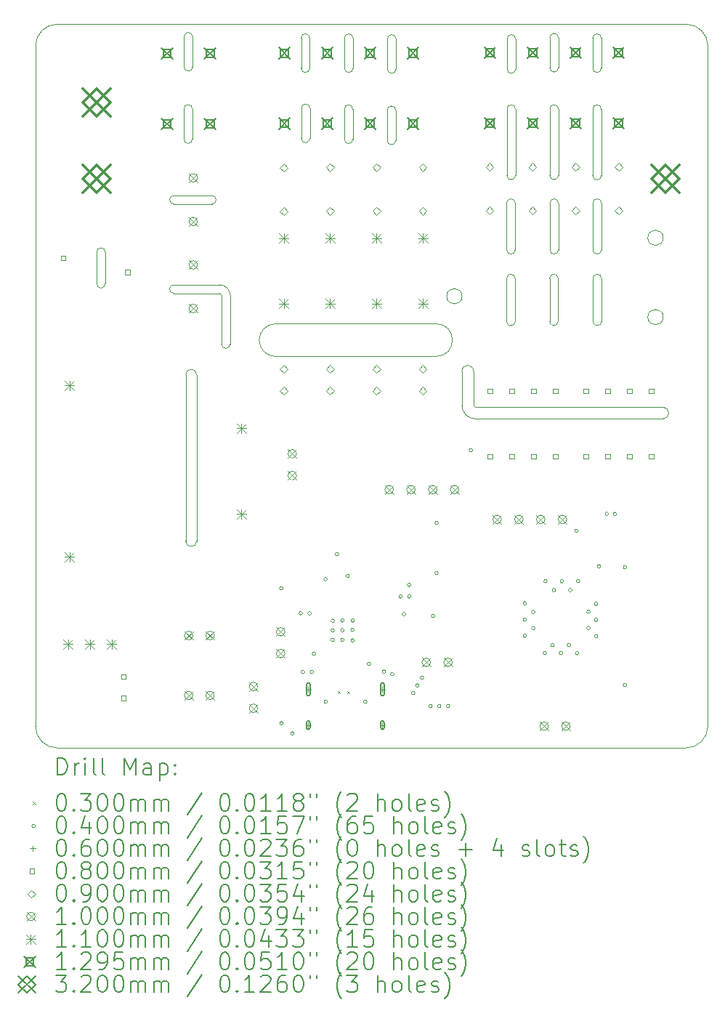
<source format=gbr>
%FSLAX45Y45*%
G04 Gerber Fmt 4.5, Leading zero omitted, Abs format (unit mm)*
G04 Created by KiCad (PCBNEW (6.0.4)) date 2022-06-04 00:44:02*
%MOMM*%
%LPD*%
G01*
G04 APERTURE LIST*
%TA.AperFunction,Profile*%
%ADD10C,0.050000*%
%TD*%
%TA.AperFunction,Profile*%
%ADD11C,0.100000*%
%TD*%
%ADD12C,0.200000*%
%ADD13C,0.030000*%
%ADD14C,0.040000*%
%ADD15C,0.060000*%
%ADD16C,0.080000*%
%ADD17C,0.090000*%
%ADD18C,0.100000*%
%ADD19C,0.110000*%
%ADD20C,0.129540*%
%ADD21C,0.320000*%
G04 APERTURE END LIST*
D10*
X20097750Y-15170150D02*
G75*
G03*
X20351750Y-14916150I0J254000D01*
G01*
X20351750Y-14916150D02*
X20351750Y-6991350D01*
X16183650Y-15170350D02*
X12769850Y-15170350D01*
X19832150Y-9226550D02*
G75*
G03*
X19832150Y-9226550I-90000J0D01*
G01*
D11*
X17183650Y-10608393D02*
X15313620Y-10608393D01*
D10*
X20097750Y-6737350D02*
X12769850Y-6737350D01*
D11*
X15313620Y-10227950D02*
X17183650Y-10227950D01*
D10*
X15313620Y-10227947D02*
G75*
G03*
X15313620Y-10608393I-1J-190223D01*
G01*
X12515850Y-14916150D02*
X12515850Y-6991350D01*
X17183650Y-10608390D02*
G75*
G03*
X17183650Y-10227950I0J190220D01*
G01*
X12515850Y-14916150D02*
G75*
G03*
X12769850Y-15170350I254200J0D01*
G01*
X20097750Y-15170150D02*
X16183650Y-15170350D01*
X20351750Y-6991350D02*
G75*
G03*
X20097750Y-6737350I-254000J0D01*
G01*
X14393650Y-10821350D02*
G75*
G03*
X14266650Y-10821350I-63500J0D01*
G01*
X14683237Y-10465489D02*
G75*
G03*
X14782887Y-10465489I49825J-285D01*
G01*
X18609605Y-9365955D02*
X18609605Y-8822985D01*
X19010040Y-6899910D02*
X19010040Y-7250750D01*
X17487730Y-9907270D02*
G75*
G03*
X17487730Y-9907270I-90000J0D01*
G01*
X15611520Y-6899910D02*
X15611520Y-7250750D01*
X17485588Y-11180000D02*
G75*
G03*
X17640000Y-11334412I154412J0D01*
G01*
X18011820Y-7260910D02*
G75*
G03*
X18111470Y-7260910I49825J0D01*
G01*
X18007035Y-8822985D02*
X18007035Y-9365955D01*
X18111470Y-6910070D02*
G75*
G03*
X18011820Y-6910070I-49825J0D01*
G01*
X16214090Y-8078790D02*
X16214090Y-7727950D01*
X14245000Y-7725410D02*
X14245000Y-8076250D01*
X18106685Y-9365955D02*
X18106685Y-8822985D01*
X18007035Y-10200000D02*
G75*
G03*
X18106685Y-10200000I49825J0D01*
G01*
X16116980Y-7250750D02*
G75*
G03*
X16216630Y-7250750I49825J0D01*
G01*
X19010335Y-8500990D02*
G75*
G03*
X19109985Y-8500990I49825J0D01*
G01*
X19832150Y-10151110D02*
G75*
G03*
X19832150Y-10151110I-90000J0D01*
G01*
X19112525Y-9365955D02*
X19112525Y-8822985D01*
X18509955Y-9365955D02*
G75*
G03*
X18609605Y-9365955I49825J0D01*
G01*
X16216630Y-6899910D02*
G75*
G03*
X16116980Y-6899910I-49825J0D01*
G01*
X19010040Y-7250750D02*
G75*
G03*
X19109690Y-7250750I49825J0D01*
G01*
X14571237Y-8733438D02*
X14128062Y-8733438D01*
X15614060Y-7717790D02*
X15614060Y-8068630D01*
X18106685Y-8822985D02*
G75*
G03*
X18007035Y-8822985I-49825J0D01*
G01*
X19010335Y-7728245D02*
X19010335Y-8500990D01*
X19109985Y-8500990D02*
X19109985Y-7728245D01*
X14128062Y-9773433D02*
G75*
G03*
X14128062Y-9873088I-283J-49828D01*
G01*
X16617360Y-6910070D02*
X16617360Y-7260910D01*
D11*
X17640000Y-11199792D02*
X19829887Y-11199792D01*
D10*
X17620208Y-10780000D02*
G75*
G03*
X17485588Y-10780000I-67310J-3D01*
G01*
X18507415Y-9700000D02*
X18507415Y-10200000D01*
X14128062Y-9873088D02*
X14663420Y-9872980D01*
X16614820Y-7740650D02*
X16614820Y-8091490D01*
X19112525Y-8822985D02*
G75*
G03*
X19012875Y-8822985I-49825J0D01*
G01*
X14266650Y-10821350D02*
X14266650Y-12761910D01*
X18010650Y-7727070D02*
X18010650Y-8499815D01*
X14247650Y-7235190D02*
G75*
G03*
X14347300Y-7235190I49825J0D01*
G01*
X15611520Y-7250750D02*
G75*
G03*
X15711170Y-7250750I49825J0D01*
G01*
X18609310Y-7245670D02*
X18609310Y-6894830D01*
X19112525Y-10200000D02*
X19112525Y-9700000D01*
X14683740Y-9893300D02*
G75*
G03*
X14663420Y-9872980I-20320J0D01*
G01*
X14683740Y-9893300D02*
X14683237Y-10465489D01*
X15713710Y-8068630D02*
X15713710Y-7717790D01*
X18007035Y-9700000D02*
X18007035Y-10200000D01*
X19109985Y-7728245D02*
G75*
G03*
X19010335Y-7728245I-49825J0D01*
G01*
X14782887Y-10465489D02*
X14782800Y-9893300D01*
X16114440Y-8078790D02*
G75*
G03*
X16214090Y-8078790I49825J0D01*
G01*
X18011820Y-6910070D02*
X18011820Y-7260910D01*
X16714470Y-8091490D02*
X16714470Y-7740650D01*
X19012875Y-9700000D02*
X19012875Y-10200000D01*
X13229000Y-9760925D02*
G75*
G03*
X13328650Y-9760925I49825J0D01*
G01*
D11*
X19829887Y-11334412D02*
X17640000Y-11334412D01*
D10*
X18609605Y-8498450D02*
X18609605Y-7725705D01*
X18010650Y-8499815D02*
G75*
G03*
X18110300Y-8499815I49825J0D01*
G01*
X15614060Y-8068630D02*
G75*
G03*
X15713710Y-8068630I49825J0D01*
G01*
X14347300Y-6884350D02*
G75*
G03*
X14247650Y-6884350I-49825J0D01*
G01*
X14347300Y-7235190D02*
X14347300Y-6884350D01*
X14571237Y-8833083D02*
G75*
G03*
X14571237Y-8733438I3J49823D01*
G01*
X14344650Y-8076250D02*
X14344650Y-7725410D01*
X18110300Y-8499815D02*
X18110300Y-7727070D01*
X14344650Y-7725410D02*
G75*
G03*
X14245000Y-7725410I-49825J0D01*
G01*
X14245000Y-8076250D02*
G75*
G03*
X14344650Y-8076250I49825J0D01*
G01*
X16717010Y-7260910D02*
X16717010Y-6910070D01*
X16116980Y-6899910D02*
X16116980Y-7250750D01*
X18509955Y-8822985D02*
X18509955Y-9365955D01*
X16717010Y-6910070D02*
G75*
G03*
X16617360Y-6910070I-49825J0D01*
G01*
X18007035Y-9365955D02*
G75*
G03*
X18106685Y-9365955I49825J0D01*
G01*
X16114440Y-7727950D02*
X16114440Y-8078790D01*
X12769850Y-6737350D02*
G75*
G03*
X12515850Y-6991350I0J-254000D01*
G01*
X14128062Y-8733433D02*
G75*
G03*
X14128062Y-8833088I-3J-49828D01*
G01*
X16214090Y-7727950D02*
G75*
G03*
X16114440Y-7727950I-49825J0D01*
G01*
X13229000Y-9392975D02*
X13229000Y-9760925D01*
X18509955Y-7725705D02*
X18509955Y-8498450D01*
X16216630Y-7250750D02*
X16216630Y-6899910D01*
X18609605Y-8822985D02*
G75*
G03*
X18509955Y-8822985I-49825J0D01*
G01*
X18509660Y-7245670D02*
G75*
G03*
X18609310Y-7245670I49825J0D01*
G01*
X18609310Y-6894830D02*
G75*
G03*
X18509660Y-6894830I-49825J0D01*
G01*
X14266650Y-12761910D02*
G75*
G03*
X14393650Y-12761910I63500J1561D01*
G01*
X16614820Y-8091490D02*
G75*
G03*
X16714470Y-8091490I49825J0D01*
G01*
X19112525Y-9700000D02*
G75*
G03*
X19012875Y-9700000I-49825J0D01*
G01*
X19012875Y-9365955D02*
G75*
G03*
X19112525Y-9365955I49825J0D01*
G01*
X18509955Y-8498450D02*
G75*
G03*
X18609605Y-8498450I49825J0D01*
G01*
X17620208Y-11180000D02*
G75*
G03*
X17640000Y-11199792I19792J0D01*
G01*
X15713710Y-7717790D02*
G75*
G03*
X15614060Y-7717790I-49825J0D01*
G01*
X18507415Y-10200000D02*
G75*
G03*
X18607065Y-10200000I49825J0D01*
G01*
X19109690Y-7250750D02*
X19109690Y-6899910D01*
X18609605Y-7725705D02*
G75*
G03*
X18509955Y-7725705I-49825J0D01*
G01*
X14782800Y-9893300D02*
G75*
G03*
X14663420Y-9773920I-119380J0D01*
G01*
X15711170Y-6899910D02*
G75*
G03*
X15611520Y-6899910I-49825J0D01*
G01*
X15711170Y-7250750D02*
X15711170Y-6899910D01*
X14247650Y-6884350D02*
X14247650Y-7235190D01*
X19012875Y-8822985D02*
X19012875Y-9365955D01*
X14663420Y-9773920D02*
X14128062Y-9773438D01*
X18106685Y-10200000D02*
X18106685Y-9700000D01*
X17485588Y-11180000D02*
X17485588Y-10780000D01*
X13328650Y-9392975D02*
G75*
G03*
X13229000Y-9392975I-49825J0D01*
G01*
X19829887Y-11334408D02*
G75*
G03*
X19829887Y-11199792I3J67308D01*
G01*
X17620208Y-10780000D02*
X17620208Y-11180000D01*
X18106685Y-9700000D02*
G75*
G03*
X18007035Y-9700000I-49825J0D01*
G01*
X18607065Y-9700000D02*
G75*
G03*
X18507415Y-9700000I-49825J0D01*
G01*
X16714470Y-7740650D02*
G75*
G03*
X16614820Y-7740650I-49825J0D01*
G01*
X19109690Y-6899910D02*
G75*
G03*
X19010040Y-6899910I-49825J0D01*
G01*
X16617360Y-7260910D02*
G75*
G03*
X16717010Y-7260910I49825J0D01*
G01*
X13328650Y-9760925D02*
X13328650Y-9392975D01*
X18509660Y-6894830D02*
X18509660Y-7245670D01*
X18607065Y-10200000D02*
X18607065Y-9700000D01*
X18111470Y-7260910D02*
X18111470Y-6910070D01*
X14393650Y-12761910D02*
X14393650Y-10821350D01*
X14128062Y-8833088D02*
X14571237Y-8833088D01*
X18110300Y-7727070D02*
G75*
G03*
X18010650Y-7727070I-49825J0D01*
G01*
X19012875Y-10200000D02*
G75*
G03*
X19112525Y-10200000I49825J0D01*
G01*
D12*
D13*
X16035300Y-14507450D02*
X16065300Y-14537450D01*
X16065300Y-14507450D02*
X16035300Y-14537450D01*
X16145750Y-14507450D02*
X16175750Y-14537450D01*
X16175750Y-14507450D02*
X16145750Y-14537450D01*
D14*
X15400000Y-13310000D02*
G75*
G03*
X15400000Y-13310000I-20000J0D01*
G01*
X15402650Y-14883350D02*
G75*
G03*
X15402650Y-14883350I-20000J0D01*
G01*
X15530650Y-15000350D02*
G75*
G03*
X15530650Y-15000350I-20000J0D01*
G01*
X15626650Y-13600550D02*
G75*
G03*
X15626650Y-13600550I-20000J0D01*
G01*
X15652430Y-14286230D02*
G75*
G03*
X15652430Y-14286230I-20000J0D01*
G01*
X15728398Y-13601390D02*
G75*
G03*
X15728398Y-13601390I-20000J0D01*
G01*
X15755650Y-14284350D02*
G75*
G03*
X15755650Y-14284350I-20000J0D01*
G01*
X15781210Y-14070890D02*
G75*
G03*
X15781210Y-14070890I-20000J0D01*
G01*
X15916650Y-13203350D02*
G75*
G03*
X15916650Y-13203350I-20000J0D01*
G01*
X15918300Y-14630078D02*
G75*
G03*
X15918300Y-14630078I-20000J0D01*
G01*
X15998650Y-13910390D02*
G75*
G03*
X15998650Y-13910390I-20000J0D01*
G01*
X15999650Y-13799950D02*
G75*
G03*
X15999650Y-13799950I-20000J0D01*
G01*
X16000490Y-13688190D02*
G75*
G03*
X16000490Y-13688190I-20000J0D01*
G01*
X16049650Y-12912300D02*
G75*
G03*
X16049650Y-12912300I-20000J0D01*
G01*
X16112250Y-13685650D02*
G75*
G03*
X16112250Y-13685650I-20000J0D01*
G01*
X16112250Y-13797410D02*
G75*
G03*
X16112250Y-13797410I-20000J0D01*
G01*
X16112650Y-13910390D02*
G75*
G03*
X16112650Y-13910390I-20000J0D01*
G01*
X16173650Y-13166350D02*
G75*
G03*
X16173650Y-13166350I-20000J0D01*
G01*
X16229090Y-13794870D02*
G75*
G03*
X16229090Y-13794870I-20000J0D01*
G01*
X16230650Y-13917390D02*
G75*
G03*
X16230650Y-13917390I-20000J0D01*
G01*
X16231630Y-13685650D02*
G75*
G03*
X16231630Y-13685650I-20000J0D01*
G01*
X16380000Y-14630000D02*
G75*
G03*
X16380000Y-14630000I-20000J0D01*
G01*
X16422110Y-14190090D02*
G75*
G03*
X16422110Y-14190090I-20000J0D01*
G01*
X16597310Y-14281150D02*
G75*
G03*
X16597310Y-14281150I-20000J0D01*
G01*
X16693830Y-14311630D02*
G75*
G03*
X16693830Y-14311630I-20000J0D01*
G01*
X16790350Y-13404850D02*
G75*
G03*
X16790350Y-13404850I-20000J0D01*
G01*
X16830000Y-13610000D02*
G75*
G03*
X16830000Y-13610000I-20000J0D01*
G01*
X16890000Y-13270000D02*
G75*
G03*
X16890000Y-13270000I-20000J0D01*
G01*
X16891950Y-13404850D02*
G75*
G03*
X16891950Y-13404850I-20000J0D01*
G01*
X16937670Y-14530070D02*
G75*
G03*
X16937670Y-14530070I-20000J0D01*
G01*
X16985930Y-14441170D02*
G75*
G03*
X16985930Y-14441170I-20000J0D01*
G01*
X17039270Y-14349730D02*
G75*
G03*
X17039270Y-14349730I-20000J0D01*
G01*
X17139600Y-14681200D02*
G75*
G03*
X17139600Y-14681200I-20000J0D01*
G01*
X17170000Y-13630000D02*
G75*
G03*
X17170000Y-13630000I-20000J0D01*
G01*
X17210000Y-13130000D02*
G75*
G03*
X17210000Y-13130000I-20000J0D01*
G01*
X17211263Y-12548737D02*
G75*
G03*
X17211263Y-12548737I-20000J0D01*
G01*
X17241200Y-14681200D02*
G75*
G03*
X17241200Y-14681200I-20000J0D01*
G01*
X17342800Y-14681200D02*
G75*
G03*
X17342800Y-14681200I-20000J0D01*
G01*
X17610000Y-11700000D02*
G75*
G03*
X17610000Y-11700000I-20000J0D01*
G01*
X18238150Y-13486130D02*
G75*
G03*
X18238150Y-13486130I-20000J0D01*
G01*
X18238150Y-13674090D02*
G75*
G03*
X18238150Y-13674090I-20000J0D01*
G01*
X18238150Y-13862050D02*
G75*
G03*
X18238150Y-13862050I-20000J0D01*
G01*
X18337210Y-13585190D02*
G75*
G03*
X18337210Y-13585190I-20000J0D01*
G01*
X18337210Y-13773150D02*
G75*
G03*
X18337210Y-13773150I-20000J0D01*
G01*
X18471830Y-14065250D02*
G75*
G03*
X18471830Y-14065250I-20000J0D01*
G01*
X18480000Y-13227050D02*
G75*
G03*
X18480000Y-13227050I-20000J0D01*
G01*
X18560730Y-13971270D02*
G75*
G03*
X18560730Y-13971270I-20000J0D01*
G01*
X18575970Y-13331190D02*
G75*
G03*
X18575970Y-13331190I-20000J0D01*
G01*
X18659790Y-14065250D02*
G75*
G03*
X18659790Y-14065250I-20000J0D01*
G01*
X18670000Y-13227050D02*
G75*
G03*
X18670000Y-13227050I-20000J0D01*
G01*
X18753770Y-13971270D02*
G75*
G03*
X18753770Y-13971270I-20000J0D01*
G01*
X18769010Y-13331190D02*
G75*
G03*
X18769010Y-13331190I-20000J0D01*
G01*
X18840130Y-12640310D02*
G75*
G03*
X18840130Y-12640310I-20000J0D01*
G01*
X18847750Y-14065250D02*
G75*
G03*
X18847750Y-14065250I-20000J0D01*
G01*
X18860000Y-13227050D02*
G75*
G03*
X18860000Y-13227050I-20000J0D01*
G01*
X18980000Y-13582650D02*
G75*
G03*
X18980000Y-13582650I-20000J0D01*
G01*
X18980000Y-13770000D02*
G75*
G03*
X18980000Y-13770000I-20000J0D01*
G01*
X19070000Y-13490000D02*
G75*
G03*
X19070000Y-13490000I-20000J0D01*
G01*
X19070000Y-13676630D02*
G75*
G03*
X19070000Y-13676630I-20000J0D01*
G01*
X19070000Y-13870000D02*
G75*
G03*
X19070000Y-13870000I-20000J0D01*
G01*
X19103650Y-13052350D02*
G75*
G03*
X19103650Y-13052350I-20000J0D01*
G01*
X19193190Y-12442190D02*
G75*
G03*
X19193190Y-12442190I-20000J0D01*
G01*
X19287170Y-12443242D02*
G75*
G03*
X19287170Y-12443242I-20000J0D01*
G01*
X19405650Y-14434350D02*
G75*
G03*
X19405650Y-14434350I-20000J0D01*
G01*
X19406550Y-13064490D02*
G75*
G03*
X19406550Y-13064490I-20000J0D01*
G01*
D15*
X15695300Y-14457090D02*
X15695300Y-14517090D01*
X15665300Y-14487090D02*
X15725300Y-14487090D01*
D12*
X15675300Y-14432090D02*
X15675300Y-14542090D01*
X15715300Y-14432090D02*
X15715300Y-14542090D01*
X15675300Y-14542090D02*
G75*
G03*
X15715300Y-14542090I20000J0D01*
G01*
X15715300Y-14432090D02*
G75*
G03*
X15675300Y-14432090I-20000J0D01*
G01*
D15*
X15695300Y-14875090D02*
X15695300Y-14935090D01*
X15665300Y-14905090D02*
X15725300Y-14905090D01*
D12*
X15675300Y-14875090D02*
X15675300Y-14935090D01*
X15715300Y-14875090D02*
X15715300Y-14935090D01*
X15675300Y-14935090D02*
G75*
G03*
X15715300Y-14935090I20000J0D01*
G01*
X15715300Y-14875090D02*
G75*
G03*
X15675300Y-14875090I-20000J0D01*
G01*
D15*
X16559300Y-14457090D02*
X16559300Y-14517090D01*
X16529300Y-14487090D02*
X16589300Y-14487090D01*
D12*
X16539300Y-14432090D02*
X16539300Y-14542090D01*
X16579300Y-14432090D02*
X16579300Y-14542090D01*
X16539300Y-14542090D02*
G75*
G03*
X16579300Y-14542090I20000J0D01*
G01*
X16579300Y-14432090D02*
G75*
G03*
X16539300Y-14432090I-20000J0D01*
G01*
D15*
X16559300Y-14875090D02*
X16559300Y-14935090D01*
X16529300Y-14905090D02*
X16589300Y-14905090D01*
D12*
X16539300Y-14875090D02*
X16539300Y-14935090D01*
X16579300Y-14875090D02*
X16579300Y-14935090D01*
X16539300Y-14935090D02*
G75*
G03*
X16579300Y-14935090I20000J0D01*
G01*
X16579300Y-14875090D02*
G75*
G03*
X16539300Y-14875090I-20000J0D01*
G01*
D16*
X12866934Y-9490635D02*
X12866934Y-9434066D01*
X12810365Y-9434066D01*
X12810365Y-9490635D01*
X12866934Y-9490635D01*
X13568284Y-14368284D02*
X13568284Y-14311715D01*
X13511715Y-14311715D01*
X13511715Y-14368284D01*
X13568284Y-14368284D01*
X13568284Y-14618284D02*
X13568284Y-14561715D01*
X13511715Y-14561715D01*
X13511715Y-14618284D01*
X13568284Y-14618284D01*
X13616934Y-9653968D02*
X13616934Y-9597399D01*
X13560365Y-9597399D01*
X13560365Y-9653968D01*
X13616934Y-9653968D01*
X17841412Y-11040117D02*
X17841412Y-10983548D01*
X17784843Y-10983548D01*
X17784843Y-11040117D01*
X17841412Y-11040117D01*
X17841412Y-11802116D02*
X17841412Y-11745547D01*
X17784843Y-11745547D01*
X17784843Y-11802116D01*
X17841412Y-11802116D01*
X18095412Y-11040117D02*
X18095412Y-10983548D01*
X18038843Y-10983548D01*
X18038843Y-11040117D01*
X18095412Y-11040117D01*
X18095412Y-11802116D02*
X18095412Y-11745547D01*
X18038843Y-11745547D01*
X18038843Y-11802116D01*
X18095412Y-11802116D01*
X18349412Y-11040117D02*
X18349412Y-10983548D01*
X18292843Y-10983548D01*
X18292843Y-11040117D01*
X18349412Y-11040117D01*
X18349412Y-11802116D02*
X18349412Y-11745547D01*
X18292843Y-11745547D01*
X18292843Y-11802116D01*
X18349412Y-11802116D01*
X18603412Y-11040117D02*
X18603412Y-10983548D01*
X18546843Y-10983548D01*
X18546843Y-11040117D01*
X18603412Y-11040117D01*
X18603412Y-11802116D02*
X18603412Y-11745547D01*
X18546843Y-11745547D01*
X18546843Y-11802116D01*
X18603412Y-11802116D01*
X18959012Y-11040117D02*
X18959012Y-10983548D01*
X18902443Y-10983548D01*
X18902443Y-11040117D01*
X18959012Y-11040117D01*
X18959012Y-11802116D02*
X18959012Y-11745547D01*
X18902443Y-11745547D01*
X18902443Y-11802116D01*
X18959012Y-11802116D01*
X19213012Y-11040117D02*
X19213012Y-10983548D01*
X19156443Y-10983548D01*
X19156443Y-11040117D01*
X19213012Y-11040117D01*
X19213012Y-11802116D02*
X19213012Y-11745547D01*
X19156443Y-11745547D01*
X19156443Y-11802116D01*
X19213012Y-11802116D01*
X19467012Y-11040117D02*
X19467012Y-10983548D01*
X19410443Y-10983548D01*
X19410443Y-11040117D01*
X19467012Y-11040117D01*
X19467012Y-11802116D02*
X19467012Y-11745547D01*
X19410443Y-11745547D01*
X19410443Y-11802116D01*
X19467012Y-11802116D01*
X19721012Y-11040117D02*
X19721012Y-10983548D01*
X19664443Y-10983548D01*
X19664443Y-11040117D01*
X19721012Y-11040117D01*
X19721012Y-11802116D02*
X19721012Y-11745547D01*
X19664443Y-11745547D01*
X19664443Y-11802116D01*
X19721012Y-11802116D01*
D17*
X15410000Y-8455000D02*
X15455000Y-8410000D01*
X15410000Y-8365000D01*
X15365000Y-8410000D01*
X15410000Y-8455000D01*
X15410000Y-8963000D02*
X15455000Y-8918000D01*
X15410000Y-8873000D01*
X15365000Y-8918000D01*
X15410000Y-8963000D01*
X15410000Y-10799000D02*
X15455000Y-10754000D01*
X15410000Y-10709000D01*
X15365000Y-10754000D01*
X15410000Y-10799000D01*
X15410000Y-11053000D02*
X15455000Y-11008000D01*
X15410000Y-10963000D01*
X15365000Y-11008000D01*
X15410000Y-11053000D01*
X15950000Y-8451000D02*
X15995000Y-8406000D01*
X15950000Y-8361000D01*
X15905000Y-8406000D01*
X15950000Y-8451000D01*
X15950000Y-8959000D02*
X15995000Y-8914000D01*
X15950000Y-8869000D01*
X15905000Y-8914000D01*
X15950000Y-8959000D01*
X15950000Y-10799000D02*
X15995000Y-10754000D01*
X15950000Y-10709000D01*
X15905000Y-10754000D01*
X15950000Y-10799000D01*
X15950000Y-11053000D02*
X15995000Y-11008000D01*
X15950000Y-10963000D01*
X15905000Y-11008000D01*
X15950000Y-11053000D01*
X16490000Y-8451000D02*
X16535000Y-8406000D01*
X16490000Y-8361000D01*
X16445000Y-8406000D01*
X16490000Y-8451000D01*
X16490000Y-8959000D02*
X16535000Y-8914000D01*
X16490000Y-8869000D01*
X16445000Y-8914000D01*
X16490000Y-8959000D01*
X16490000Y-10799000D02*
X16535000Y-10754000D01*
X16490000Y-10709000D01*
X16445000Y-10754000D01*
X16490000Y-10799000D01*
X16490000Y-11053000D02*
X16535000Y-11008000D01*
X16490000Y-10963000D01*
X16445000Y-11008000D01*
X16490000Y-11053000D01*
X17030000Y-8451000D02*
X17075000Y-8406000D01*
X17030000Y-8361000D01*
X16985000Y-8406000D01*
X17030000Y-8451000D01*
X17030000Y-8959000D02*
X17075000Y-8914000D01*
X17030000Y-8869000D01*
X16985000Y-8914000D01*
X17030000Y-8959000D01*
X17030000Y-10799000D02*
X17075000Y-10754000D01*
X17030000Y-10709000D01*
X16985000Y-10754000D01*
X17030000Y-10799000D01*
X17030000Y-11053000D02*
X17075000Y-11008000D01*
X17030000Y-10963000D01*
X16985000Y-11008000D01*
X17030000Y-11053000D01*
X17809210Y-8446050D02*
X17854210Y-8401050D01*
X17809210Y-8356050D01*
X17764210Y-8401050D01*
X17809210Y-8446050D01*
X17809210Y-8954050D02*
X17854210Y-8909050D01*
X17809210Y-8864050D01*
X17764210Y-8909050D01*
X17809210Y-8954050D01*
X18307050Y-8446050D02*
X18352050Y-8401050D01*
X18307050Y-8356050D01*
X18262050Y-8401050D01*
X18307050Y-8446050D01*
X18307050Y-8954050D02*
X18352050Y-8909050D01*
X18307050Y-8864050D01*
X18262050Y-8909050D01*
X18307050Y-8954050D01*
X18809970Y-8446050D02*
X18854970Y-8401050D01*
X18809970Y-8356050D01*
X18764970Y-8401050D01*
X18809970Y-8446050D01*
X18809970Y-8954050D02*
X18854970Y-8909050D01*
X18809970Y-8864050D01*
X18764970Y-8909050D01*
X18809970Y-8954050D01*
X19312890Y-8446050D02*
X19357890Y-8401050D01*
X19312890Y-8356050D01*
X19267890Y-8401050D01*
X19312890Y-8446050D01*
X19312890Y-8954050D02*
X19357890Y-8909050D01*
X19312890Y-8864050D01*
X19267890Y-8909050D01*
X19312890Y-8954050D01*
D18*
X14250930Y-13810350D02*
X14350930Y-13910350D01*
X14350930Y-13810350D02*
X14250930Y-13910350D01*
X14350930Y-13860350D02*
G75*
G03*
X14350930Y-13860350I-50000J0D01*
G01*
X14250930Y-14508010D02*
X14350930Y-14608010D01*
X14350930Y-14508010D02*
X14250930Y-14608010D01*
X14350930Y-14558010D02*
G75*
G03*
X14350930Y-14558010I-50000J0D01*
G01*
X14303650Y-8986350D02*
X14403650Y-9086350D01*
X14403650Y-8986350D02*
X14303650Y-9086350D01*
X14403650Y-9036350D02*
G75*
G03*
X14403650Y-9036350I-50000J0D01*
G01*
X14303650Y-9999350D02*
X14403650Y-10099350D01*
X14403650Y-9999350D02*
X14303650Y-10099350D01*
X14403650Y-10049350D02*
G75*
G03*
X14403650Y-10049350I-50000J0D01*
G01*
X14304650Y-8478350D02*
X14404650Y-8578350D01*
X14404650Y-8478350D02*
X14304650Y-8578350D01*
X14404650Y-8528350D02*
G75*
G03*
X14404650Y-8528350I-50000J0D01*
G01*
X14304650Y-9491350D02*
X14404650Y-9591350D01*
X14404650Y-9491350D02*
X14304650Y-9591350D01*
X14404650Y-9541350D02*
G75*
G03*
X14404650Y-9541350I-50000J0D01*
G01*
X14500930Y-13810350D02*
X14600930Y-13910350D01*
X14600930Y-13810350D02*
X14500930Y-13910350D01*
X14600930Y-13860350D02*
G75*
G03*
X14600930Y-13860350I-50000J0D01*
G01*
X14500930Y-14508010D02*
X14600930Y-14608010D01*
X14600930Y-14508010D02*
X14500930Y-14608010D01*
X14600930Y-14558010D02*
G75*
G03*
X14600930Y-14558010I-50000J0D01*
G01*
X15005850Y-14403870D02*
X15105850Y-14503870D01*
X15105850Y-14403870D02*
X15005850Y-14503870D01*
X15105850Y-14453870D02*
G75*
G03*
X15105850Y-14453870I-50000J0D01*
G01*
X15005850Y-14657870D02*
X15105850Y-14757870D01*
X15105850Y-14657870D02*
X15005850Y-14757870D01*
X15105850Y-14707870D02*
G75*
G03*
X15105850Y-14707870I-50000J0D01*
G01*
X15323350Y-13766830D02*
X15423350Y-13866830D01*
X15423350Y-13766830D02*
X15323350Y-13866830D01*
X15423350Y-13816830D02*
G75*
G03*
X15423350Y-13816830I-50000J0D01*
G01*
X15323350Y-14020830D02*
X15423350Y-14120830D01*
X15423350Y-14020830D02*
X15323350Y-14120830D01*
X15423350Y-14070830D02*
G75*
G03*
X15423350Y-14070830I-50000J0D01*
G01*
X15458050Y-11692550D02*
X15558050Y-11792550D01*
X15558050Y-11692550D02*
X15458050Y-11792550D01*
X15558050Y-11742550D02*
G75*
G03*
X15558050Y-11742550I-50000J0D01*
G01*
X15458050Y-11946550D02*
X15558050Y-12046550D01*
X15558050Y-11946550D02*
X15458050Y-12046550D01*
X15558050Y-11996550D02*
G75*
G03*
X15558050Y-11996550I-50000J0D01*
G01*
X16588000Y-12110000D02*
X16688000Y-12210000D01*
X16688000Y-12110000D02*
X16588000Y-12210000D01*
X16688000Y-12160000D02*
G75*
G03*
X16688000Y-12160000I-50000J0D01*
G01*
X16842000Y-12110000D02*
X16942000Y-12210000D01*
X16942000Y-12110000D02*
X16842000Y-12210000D01*
X16942000Y-12160000D02*
G75*
G03*
X16942000Y-12160000I-50000J0D01*
G01*
X17020070Y-14121930D02*
X17120070Y-14221930D01*
X17120070Y-14121930D02*
X17020070Y-14221930D01*
X17120070Y-14171930D02*
G75*
G03*
X17120070Y-14171930I-50000J0D01*
G01*
X17096000Y-12110000D02*
X17196000Y-12210000D01*
X17196000Y-12110000D02*
X17096000Y-12210000D01*
X17196000Y-12160000D02*
G75*
G03*
X17196000Y-12160000I-50000J0D01*
G01*
X17274070Y-14121930D02*
X17374070Y-14221930D01*
X17374070Y-14121930D02*
X17274070Y-14221930D01*
X17374070Y-14171930D02*
G75*
G03*
X17374070Y-14171930I-50000J0D01*
G01*
X17350000Y-12110000D02*
X17450000Y-12210000D01*
X17450000Y-12110000D02*
X17350000Y-12210000D01*
X17450000Y-12160000D02*
G75*
G03*
X17450000Y-12160000I-50000J0D01*
G01*
X17845570Y-12458230D02*
X17945570Y-12558230D01*
X17945570Y-12458230D02*
X17845570Y-12558230D01*
X17945570Y-12508230D02*
G75*
G03*
X17945570Y-12508230I-50000J0D01*
G01*
X18099570Y-12458230D02*
X18199570Y-12558230D01*
X18199570Y-12458230D02*
X18099570Y-12558230D01*
X18199570Y-12508230D02*
G75*
G03*
X18199570Y-12508230I-50000J0D01*
G01*
X18353570Y-12458230D02*
X18453570Y-12558230D01*
X18453570Y-12458230D02*
X18353570Y-12558230D01*
X18453570Y-12508230D02*
G75*
G03*
X18453570Y-12508230I-50000J0D01*
G01*
X18394210Y-14866150D02*
X18494210Y-14966150D01*
X18494210Y-14866150D02*
X18394210Y-14966150D01*
X18494210Y-14916150D02*
G75*
G03*
X18494210Y-14916150I-50000J0D01*
G01*
X18607570Y-12458230D02*
X18707570Y-12558230D01*
X18707570Y-12458230D02*
X18607570Y-12558230D01*
X18707570Y-12508230D02*
G75*
G03*
X18707570Y-12508230I-50000J0D01*
G01*
X18648210Y-14866150D02*
X18748210Y-14966150D01*
X18748210Y-14866150D02*
X18648210Y-14966150D01*
X18748210Y-14916150D02*
G75*
G03*
X18748210Y-14916150I-50000J0D01*
G01*
D19*
X12841000Y-13905000D02*
X12951000Y-14015000D01*
X12951000Y-13905000D02*
X12841000Y-14015000D01*
X12896000Y-13905000D02*
X12896000Y-14015000D01*
X12841000Y-13960000D02*
X12951000Y-13960000D01*
X12858610Y-10889350D02*
X12968610Y-10999350D01*
X12968610Y-10889350D02*
X12858610Y-10999350D01*
X12913610Y-10889350D02*
X12913610Y-10999350D01*
X12858610Y-10944350D02*
X12968610Y-10944350D01*
X12858610Y-12889350D02*
X12968610Y-12999350D01*
X12968610Y-12889350D02*
X12858610Y-12999350D01*
X12913610Y-12889350D02*
X12913610Y-12999350D01*
X12858610Y-12944350D02*
X12968610Y-12944350D01*
X13095000Y-13905000D02*
X13205000Y-14015000D01*
X13205000Y-13905000D02*
X13095000Y-14015000D01*
X13150000Y-13905000D02*
X13150000Y-14015000D01*
X13095000Y-13960000D02*
X13205000Y-13960000D01*
X13349000Y-13905000D02*
X13459000Y-14015000D01*
X13459000Y-13905000D02*
X13349000Y-14015000D01*
X13404000Y-13905000D02*
X13404000Y-14015000D01*
X13349000Y-13960000D02*
X13459000Y-13960000D01*
X14858610Y-11389350D02*
X14968610Y-11499350D01*
X14968610Y-11389350D02*
X14858610Y-11499350D01*
X14913610Y-11389350D02*
X14913610Y-11499350D01*
X14858610Y-11444350D02*
X14968610Y-11444350D01*
X14858610Y-12389350D02*
X14968610Y-12499350D01*
X14968610Y-12389350D02*
X14858610Y-12499350D01*
X14913610Y-12389350D02*
X14913610Y-12499350D01*
X14858610Y-12444350D02*
X14968610Y-12444350D01*
X15355000Y-9175000D02*
X15465000Y-9285000D01*
X15465000Y-9175000D02*
X15355000Y-9285000D01*
X15410000Y-9175000D02*
X15410000Y-9285000D01*
X15355000Y-9230000D02*
X15465000Y-9230000D01*
X15355000Y-9937000D02*
X15465000Y-10047000D01*
X15465000Y-9937000D02*
X15355000Y-10047000D01*
X15410000Y-9937000D02*
X15410000Y-10047000D01*
X15355000Y-9992000D02*
X15465000Y-9992000D01*
X15895000Y-9175000D02*
X16005000Y-9285000D01*
X16005000Y-9175000D02*
X15895000Y-9285000D01*
X15950000Y-9175000D02*
X15950000Y-9285000D01*
X15895000Y-9230000D02*
X16005000Y-9230000D01*
X15895000Y-9937000D02*
X16005000Y-10047000D01*
X16005000Y-9937000D02*
X15895000Y-10047000D01*
X15950000Y-9937000D02*
X15950000Y-10047000D01*
X15895000Y-9992000D02*
X16005000Y-9992000D01*
X16435000Y-9175000D02*
X16545000Y-9285000D01*
X16545000Y-9175000D02*
X16435000Y-9285000D01*
X16490000Y-9175000D02*
X16490000Y-9285000D01*
X16435000Y-9230000D02*
X16545000Y-9230000D01*
X16435000Y-9937000D02*
X16545000Y-10047000D01*
X16545000Y-9937000D02*
X16435000Y-10047000D01*
X16490000Y-9937000D02*
X16490000Y-10047000D01*
X16435000Y-9992000D02*
X16545000Y-9992000D01*
X16975000Y-9175000D02*
X17085000Y-9285000D01*
X17085000Y-9175000D02*
X16975000Y-9285000D01*
X17030000Y-9175000D02*
X17030000Y-9285000D01*
X16975000Y-9230000D02*
X17085000Y-9230000D01*
X16975000Y-9937000D02*
X17085000Y-10047000D01*
X17085000Y-9937000D02*
X16975000Y-10047000D01*
X17030000Y-9937000D02*
X17030000Y-10047000D01*
X16975000Y-9992000D02*
X17085000Y-9992000D01*
D20*
X13985240Y-7012940D02*
X14114780Y-7142480D01*
X14114780Y-7012940D02*
X13985240Y-7142480D01*
X14095810Y-7123510D02*
X14095810Y-7031910D01*
X14004210Y-7031910D01*
X14004210Y-7123510D01*
X14095810Y-7123510D01*
X13985240Y-7832940D02*
X14114780Y-7962480D01*
X14114780Y-7832940D02*
X13985240Y-7962480D01*
X14095810Y-7943510D02*
X14095810Y-7851910D01*
X14004210Y-7851910D01*
X14004210Y-7943510D01*
X14095810Y-7943510D01*
X14485240Y-7012940D02*
X14614780Y-7142480D01*
X14614780Y-7012940D02*
X14485240Y-7142480D01*
X14595810Y-7123510D02*
X14595810Y-7031910D01*
X14504210Y-7031910D01*
X14504210Y-7123510D01*
X14595810Y-7123510D01*
X14485240Y-7832940D02*
X14614780Y-7962480D01*
X14614780Y-7832940D02*
X14485240Y-7962480D01*
X14595810Y-7943510D02*
X14595810Y-7851910D01*
X14504210Y-7851910D01*
X14504210Y-7943510D01*
X14595810Y-7943510D01*
X15349880Y-7010580D02*
X15479420Y-7140120D01*
X15479420Y-7010580D02*
X15349880Y-7140120D01*
X15460450Y-7121150D02*
X15460450Y-7029550D01*
X15368850Y-7029550D01*
X15368850Y-7121150D01*
X15460450Y-7121150D01*
X15349880Y-7830580D02*
X15479420Y-7960120D01*
X15479420Y-7830580D02*
X15349880Y-7960120D01*
X15460450Y-7941150D02*
X15460450Y-7849550D01*
X15368850Y-7849550D01*
X15368850Y-7941150D01*
X15460450Y-7941150D01*
X15849880Y-7010580D02*
X15979420Y-7140120D01*
X15979420Y-7010580D02*
X15849880Y-7140120D01*
X15960450Y-7121150D02*
X15960450Y-7029550D01*
X15868850Y-7029550D01*
X15868850Y-7121150D01*
X15960450Y-7121150D01*
X15849880Y-7830580D02*
X15979420Y-7960120D01*
X15979420Y-7830580D02*
X15849880Y-7960120D01*
X15960450Y-7941150D02*
X15960450Y-7849550D01*
X15868850Y-7849550D01*
X15868850Y-7941150D01*
X15960450Y-7941150D01*
X16349880Y-7010580D02*
X16479420Y-7140120D01*
X16479420Y-7010580D02*
X16349880Y-7140120D01*
X16460450Y-7121150D02*
X16460450Y-7029550D01*
X16368850Y-7029550D01*
X16368850Y-7121150D01*
X16460450Y-7121150D01*
X16349880Y-7830580D02*
X16479420Y-7960120D01*
X16479420Y-7830580D02*
X16349880Y-7960120D01*
X16460450Y-7941150D02*
X16460450Y-7849550D01*
X16368850Y-7849550D01*
X16368850Y-7941150D01*
X16460450Y-7941150D01*
X16849880Y-7010580D02*
X16979420Y-7140120D01*
X16979420Y-7010580D02*
X16849880Y-7140120D01*
X16960450Y-7121150D02*
X16960450Y-7029550D01*
X16868850Y-7029550D01*
X16868850Y-7121150D01*
X16960450Y-7121150D01*
X16849880Y-7830580D02*
X16979420Y-7960120D01*
X16979420Y-7830580D02*
X16849880Y-7960120D01*
X16960450Y-7941150D02*
X16960450Y-7849550D01*
X16868850Y-7849550D01*
X16868850Y-7941150D01*
X16960450Y-7941150D01*
X17745880Y-7006580D02*
X17875420Y-7136120D01*
X17875420Y-7006580D02*
X17745880Y-7136120D01*
X17856450Y-7117150D02*
X17856450Y-7025550D01*
X17764850Y-7025550D01*
X17764850Y-7117150D01*
X17856450Y-7117150D01*
X17745880Y-7826580D02*
X17875420Y-7956120D01*
X17875420Y-7826580D02*
X17745880Y-7956120D01*
X17856450Y-7937150D02*
X17856450Y-7845550D01*
X17764850Y-7845550D01*
X17764850Y-7937150D01*
X17856450Y-7937150D01*
X18245880Y-7006580D02*
X18375420Y-7136120D01*
X18375420Y-7006580D02*
X18245880Y-7136120D01*
X18356450Y-7117150D02*
X18356450Y-7025550D01*
X18264850Y-7025550D01*
X18264850Y-7117150D01*
X18356450Y-7117150D01*
X18245880Y-7826580D02*
X18375420Y-7956120D01*
X18375420Y-7826580D02*
X18245880Y-7956120D01*
X18356450Y-7937150D02*
X18356450Y-7845550D01*
X18264850Y-7845550D01*
X18264850Y-7937150D01*
X18356450Y-7937150D01*
X18745880Y-7006580D02*
X18875420Y-7136120D01*
X18875420Y-7006580D02*
X18745880Y-7136120D01*
X18856450Y-7117150D02*
X18856450Y-7025550D01*
X18764850Y-7025550D01*
X18764850Y-7117150D01*
X18856450Y-7117150D01*
X18745880Y-7826580D02*
X18875420Y-7956120D01*
X18875420Y-7826580D02*
X18745880Y-7956120D01*
X18856450Y-7937150D02*
X18856450Y-7845550D01*
X18764850Y-7845550D01*
X18764850Y-7937150D01*
X18856450Y-7937150D01*
X19245880Y-7006580D02*
X19375420Y-7136120D01*
X19375420Y-7006580D02*
X19245880Y-7136120D01*
X19356450Y-7117150D02*
X19356450Y-7025550D01*
X19264850Y-7025550D01*
X19264850Y-7117150D01*
X19356450Y-7117150D01*
X19245880Y-7826580D02*
X19375420Y-7956120D01*
X19375420Y-7826580D02*
X19245880Y-7956120D01*
X19356450Y-7937150D02*
X19356450Y-7845550D01*
X19264850Y-7845550D01*
X19264850Y-7937150D01*
X19356450Y-7937150D01*
D21*
X13065650Y-7490350D02*
X13385650Y-7810350D01*
X13385650Y-7490350D02*
X13065650Y-7810350D01*
X13225650Y-7810350D02*
X13385650Y-7650350D01*
X13225650Y-7490350D01*
X13065650Y-7650350D01*
X13225650Y-7810350D01*
X13067050Y-8380750D02*
X13387050Y-8700750D01*
X13387050Y-8380750D02*
X13067050Y-8700750D01*
X13227050Y-8700750D02*
X13387050Y-8540750D01*
X13227050Y-8380750D01*
X13067050Y-8540750D01*
X13227050Y-8700750D01*
X19696450Y-8380750D02*
X20016450Y-8700750D01*
X20016450Y-8380750D02*
X19696450Y-8700750D01*
X19856450Y-8700750D02*
X20016450Y-8540750D01*
X19856450Y-8380750D01*
X19696450Y-8540750D01*
X19856450Y-8700750D01*
D12*
X12770969Y-15483326D02*
X12770969Y-15283326D01*
X12818588Y-15283326D01*
X12847159Y-15292850D01*
X12866207Y-15311898D01*
X12875731Y-15330945D01*
X12885255Y-15369040D01*
X12885255Y-15397612D01*
X12875731Y-15435707D01*
X12866207Y-15454755D01*
X12847159Y-15473802D01*
X12818588Y-15483326D01*
X12770969Y-15483326D01*
X12970969Y-15483326D02*
X12970969Y-15349993D01*
X12970969Y-15388088D02*
X12980493Y-15369040D01*
X12990017Y-15359517D01*
X13009064Y-15349993D01*
X13028112Y-15349993D01*
X13094778Y-15483326D02*
X13094778Y-15349993D01*
X13094778Y-15283326D02*
X13085255Y-15292850D01*
X13094778Y-15302374D01*
X13104302Y-15292850D01*
X13094778Y-15283326D01*
X13094778Y-15302374D01*
X13218588Y-15483326D02*
X13199540Y-15473802D01*
X13190017Y-15454755D01*
X13190017Y-15283326D01*
X13323350Y-15483326D02*
X13304302Y-15473802D01*
X13294778Y-15454755D01*
X13294778Y-15283326D01*
X13551921Y-15483326D02*
X13551921Y-15283326D01*
X13618588Y-15426183D01*
X13685255Y-15283326D01*
X13685255Y-15483326D01*
X13866207Y-15483326D02*
X13866207Y-15378564D01*
X13856683Y-15359517D01*
X13837636Y-15349993D01*
X13799540Y-15349993D01*
X13780493Y-15359517D01*
X13866207Y-15473802D02*
X13847159Y-15483326D01*
X13799540Y-15483326D01*
X13780493Y-15473802D01*
X13770969Y-15454755D01*
X13770969Y-15435707D01*
X13780493Y-15416659D01*
X13799540Y-15407136D01*
X13847159Y-15407136D01*
X13866207Y-15397612D01*
X13961445Y-15349993D02*
X13961445Y-15549993D01*
X13961445Y-15359517D02*
X13980493Y-15349993D01*
X14018588Y-15349993D01*
X14037636Y-15359517D01*
X14047159Y-15369040D01*
X14056683Y-15388088D01*
X14056683Y-15445231D01*
X14047159Y-15464278D01*
X14037636Y-15473802D01*
X14018588Y-15483326D01*
X13980493Y-15483326D01*
X13961445Y-15473802D01*
X14142398Y-15464278D02*
X14151921Y-15473802D01*
X14142398Y-15483326D01*
X14132874Y-15473802D01*
X14142398Y-15464278D01*
X14142398Y-15483326D01*
X14142398Y-15359517D02*
X14151921Y-15369040D01*
X14142398Y-15378564D01*
X14132874Y-15369040D01*
X14142398Y-15359517D01*
X14142398Y-15378564D01*
D13*
X12483350Y-15797850D02*
X12513350Y-15827850D01*
X12513350Y-15797850D02*
X12483350Y-15827850D01*
D12*
X12809064Y-15703326D02*
X12828112Y-15703326D01*
X12847159Y-15712850D01*
X12856683Y-15722374D01*
X12866207Y-15741421D01*
X12875731Y-15779517D01*
X12875731Y-15827136D01*
X12866207Y-15865231D01*
X12856683Y-15884278D01*
X12847159Y-15893802D01*
X12828112Y-15903326D01*
X12809064Y-15903326D01*
X12790017Y-15893802D01*
X12780493Y-15884278D01*
X12770969Y-15865231D01*
X12761445Y-15827136D01*
X12761445Y-15779517D01*
X12770969Y-15741421D01*
X12780493Y-15722374D01*
X12790017Y-15712850D01*
X12809064Y-15703326D01*
X12961445Y-15884278D02*
X12970969Y-15893802D01*
X12961445Y-15903326D01*
X12951921Y-15893802D01*
X12961445Y-15884278D01*
X12961445Y-15903326D01*
X13037636Y-15703326D02*
X13161445Y-15703326D01*
X13094778Y-15779517D01*
X13123350Y-15779517D01*
X13142398Y-15789040D01*
X13151921Y-15798564D01*
X13161445Y-15817612D01*
X13161445Y-15865231D01*
X13151921Y-15884278D01*
X13142398Y-15893802D01*
X13123350Y-15903326D01*
X13066207Y-15903326D01*
X13047159Y-15893802D01*
X13037636Y-15884278D01*
X13285255Y-15703326D02*
X13304302Y-15703326D01*
X13323350Y-15712850D01*
X13332874Y-15722374D01*
X13342398Y-15741421D01*
X13351921Y-15779517D01*
X13351921Y-15827136D01*
X13342398Y-15865231D01*
X13332874Y-15884278D01*
X13323350Y-15893802D01*
X13304302Y-15903326D01*
X13285255Y-15903326D01*
X13266207Y-15893802D01*
X13256683Y-15884278D01*
X13247159Y-15865231D01*
X13237636Y-15827136D01*
X13237636Y-15779517D01*
X13247159Y-15741421D01*
X13256683Y-15722374D01*
X13266207Y-15712850D01*
X13285255Y-15703326D01*
X13475731Y-15703326D02*
X13494778Y-15703326D01*
X13513826Y-15712850D01*
X13523350Y-15722374D01*
X13532874Y-15741421D01*
X13542398Y-15779517D01*
X13542398Y-15827136D01*
X13532874Y-15865231D01*
X13523350Y-15884278D01*
X13513826Y-15893802D01*
X13494778Y-15903326D01*
X13475731Y-15903326D01*
X13456683Y-15893802D01*
X13447159Y-15884278D01*
X13437636Y-15865231D01*
X13428112Y-15827136D01*
X13428112Y-15779517D01*
X13437636Y-15741421D01*
X13447159Y-15722374D01*
X13456683Y-15712850D01*
X13475731Y-15703326D01*
X13628112Y-15903326D02*
X13628112Y-15769993D01*
X13628112Y-15789040D02*
X13637636Y-15779517D01*
X13656683Y-15769993D01*
X13685255Y-15769993D01*
X13704302Y-15779517D01*
X13713826Y-15798564D01*
X13713826Y-15903326D01*
X13713826Y-15798564D02*
X13723350Y-15779517D01*
X13742398Y-15769993D01*
X13770969Y-15769993D01*
X13790017Y-15779517D01*
X13799540Y-15798564D01*
X13799540Y-15903326D01*
X13894778Y-15903326D02*
X13894778Y-15769993D01*
X13894778Y-15789040D02*
X13904302Y-15779517D01*
X13923350Y-15769993D01*
X13951921Y-15769993D01*
X13970969Y-15779517D01*
X13980493Y-15798564D01*
X13980493Y-15903326D01*
X13980493Y-15798564D02*
X13990017Y-15779517D01*
X14009064Y-15769993D01*
X14037636Y-15769993D01*
X14056683Y-15779517D01*
X14066207Y-15798564D01*
X14066207Y-15903326D01*
X14456683Y-15693802D02*
X14285255Y-15950945D01*
X14713826Y-15703326D02*
X14732874Y-15703326D01*
X14751921Y-15712850D01*
X14761445Y-15722374D01*
X14770969Y-15741421D01*
X14780493Y-15779517D01*
X14780493Y-15827136D01*
X14770969Y-15865231D01*
X14761445Y-15884278D01*
X14751921Y-15893802D01*
X14732874Y-15903326D01*
X14713826Y-15903326D01*
X14694778Y-15893802D01*
X14685255Y-15884278D01*
X14675731Y-15865231D01*
X14666207Y-15827136D01*
X14666207Y-15779517D01*
X14675731Y-15741421D01*
X14685255Y-15722374D01*
X14694778Y-15712850D01*
X14713826Y-15703326D01*
X14866207Y-15884278D02*
X14875731Y-15893802D01*
X14866207Y-15903326D01*
X14856683Y-15893802D01*
X14866207Y-15884278D01*
X14866207Y-15903326D01*
X14999540Y-15703326D02*
X15018588Y-15703326D01*
X15037636Y-15712850D01*
X15047159Y-15722374D01*
X15056683Y-15741421D01*
X15066207Y-15779517D01*
X15066207Y-15827136D01*
X15056683Y-15865231D01*
X15047159Y-15884278D01*
X15037636Y-15893802D01*
X15018588Y-15903326D01*
X14999540Y-15903326D01*
X14980493Y-15893802D01*
X14970969Y-15884278D01*
X14961445Y-15865231D01*
X14951921Y-15827136D01*
X14951921Y-15779517D01*
X14961445Y-15741421D01*
X14970969Y-15722374D01*
X14980493Y-15712850D01*
X14999540Y-15703326D01*
X15256683Y-15903326D02*
X15142398Y-15903326D01*
X15199540Y-15903326D02*
X15199540Y-15703326D01*
X15180493Y-15731898D01*
X15161445Y-15750945D01*
X15142398Y-15760469D01*
X15447159Y-15903326D02*
X15332874Y-15903326D01*
X15390017Y-15903326D02*
X15390017Y-15703326D01*
X15370969Y-15731898D01*
X15351921Y-15750945D01*
X15332874Y-15760469D01*
X15561445Y-15789040D02*
X15542398Y-15779517D01*
X15532874Y-15769993D01*
X15523350Y-15750945D01*
X15523350Y-15741421D01*
X15532874Y-15722374D01*
X15542398Y-15712850D01*
X15561445Y-15703326D01*
X15599540Y-15703326D01*
X15618588Y-15712850D01*
X15628112Y-15722374D01*
X15637636Y-15741421D01*
X15637636Y-15750945D01*
X15628112Y-15769993D01*
X15618588Y-15779517D01*
X15599540Y-15789040D01*
X15561445Y-15789040D01*
X15542398Y-15798564D01*
X15532874Y-15808088D01*
X15523350Y-15827136D01*
X15523350Y-15865231D01*
X15532874Y-15884278D01*
X15542398Y-15893802D01*
X15561445Y-15903326D01*
X15599540Y-15903326D01*
X15618588Y-15893802D01*
X15628112Y-15884278D01*
X15637636Y-15865231D01*
X15637636Y-15827136D01*
X15628112Y-15808088D01*
X15618588Y-15798564D01*
X15599540Y-15789040D01*
X15713826Y-15703326D02*
X15713826Y-15741421D01*
X15790017Y-15703326D02*
X15790017Y-15741421D01*
X16085255Y-15979517D02*
X16075731Y-15969993D01*
X16056683Y-15941421D01*
X16047159Y-15922374D01*
X16037636Y-15893802D01*
X16028112Y-15846183D01*
X16028112Y-15808088D01*
X16037636Y-15760469D01*
X16047159Y-15731898D01*
X16056683Y-15712850D01*
X16075731Y-15684278D01*
X16085255Y-15674755D01*
X16151921Y-15722374D02*
X16161445Y-15712850D01*
X16180493Y-15703326D01*
X16228112Y-15703326D01*
X16247159Y-15712850D01*
X16256683Y-15722374D01*
X16266207Y-15741421D01*
X16266207Y-15760469D01*
X16256683Y-15789040D01*
X16142398Y-15903326D01*
X16266207Y-15903326D01*
X16504302Y-15903326D02*
X16504302Y-15703326D01*
X16590017Y-15903326D02*
X16590017Y-15798564D01*
X16580493Y-15779517D01*
X16561445Y-15769993D01*
X16532874Y-15769993D01*
X16513826Y-15779517D01*
X16504302Y-15789040D01*
X16713826Y-15903326D02*
X16694778Y-15893802D01*
X16685255Y-15884278D01*
X16675731Y-15865231D01*
X16675731Y-15808088D01*
X16685255Y-15789040D01*
X16694778Y-15779517D01*
X16713826Y-15769993D01*
X16742398Y-15769993D01*
X16761445Y-15779517D01*
X16770969Y-15789040D01*
X16780493Y-15808088D01*
X16780493Y-15865231D01*
X16770969Y-15884278D01*
X16761445Y-15893802D01*
X16742398Y-15903326D01*
X16713826Y-15903326D01*
X16894779Y-15903326D02*
X16875731Y-15893802D01*
X16866207Y-15874755D01*
X16866207Y-15703326D01*
X17047160Y-15893802D02*
X17028112Y-15903326D01*
X16990017Y-15903326D01*
X16970969Y-15893802D01*
X16961445Y-15874755D01*
X16961445Y-15798564D01*
X16970969Y-15779517D01*
X16990017Y-15769993D01*
X17028112Y-15769993D01*
X17047160Y-15779517D01*
X17056683Y-15798564D01*
X17056683Y-15817612D01*
X16961445Y-15836659D01*
X17132874Y-15893802D02*
X17151921Y-15903326D01*
X17190017Y-15903326D01*
X17209064Y-15893802D01*
X17218588Y-15874755D01*
X17218588Y-15865231D01*
X17209064Y-15846183D01*
X17190017Y-15836659D01*
X17161445Y-15836659D01*
X17142398Y-15827136D01*
X17132874Y-15808088D01*
X17132874Y-15798564D01*
X17142398Y-15779517D01*
X17161445Y-15769993D01*
X17190017Y-15769993D01*
X17209064Y-15779517D01*
X17285255Y-15979517D02*
X17294779Y-15969993D01*
X17313826Y-15941421D01*
X17323350Y-15922374D01*
X17332874Y-15893802D01*
X17342398Y-15846183D01*
X17342398Y-15808088D01*
X17332874Y-15760469D01*
X17323350Y-15731898D01*
X17313826Y-15712850D01*
X17294779Y-15684278D01*
X17285255Y-15674755D01*
D14*
X12513350Y-16076850D02*
G75*
G03*
X12513350Y-16076850I-20000J0D01*
G01*
D12*
X12809064Y-15967326D02*
X12828112Y-15967326D01*
X12847159Y-15976850D01*
X12856683Y-15986374D01*
X12866207Y-16005421D01*
X12875731Y-16043517D01*
X12875731Y-16091136D01*
X12866207Y-16129231D01*
X12856683Y-16148278D01*
X12847159Y-16157802D01*
X12828112Y-16167326D01*
X12809064Y-16167326D01*
X12790017Y-16157802D01*
X12780493Y-16148278D01*
X12770969Y-16129231D01*
X12761445Y-16091136D01*
X12761445Y-16043517D01*
X12770969Y-16005421D01*
X12780493Y-15986374D01*
X12790017Y-15976850D01*
X12809064Y-15967326D01*
X12961445Y-16148278D02*
X12970969Y-16157802D01*
X12961445Y-16167326D01*
X12951921Y-16157802D01*
X12961445Y-16148278D01*
X12961445Y-16167326D01*
X13142398Y-16033993D02*
X13142398Y-16167326D01*
X13094778Y-15957802D02*
X13047159Y-16100659D01*
X13170969Y-16100659D01*
X13285255Y-15967326D02*
X13304302Y-15967326D01*
X13323350Y-15976850D01*
X13332874Y-15986374D01*
X13342398Y-16005421D01*
X13351921Y-16043517D01*
X13351921Y-16091136D01*
X13342398Y-16129231D01*
X13332874Y-16148278D01*
X13323350Y-16157802D01*
X13304302Y-16167326D01*
X13285255Y-16167326D01*
X13266207Y-16157802D01*
X13256683Y-16148278D01*
X13247159Y-16129231D01*
X13237636Y-16091136D01*
X13237636Y-16043517D01*
X13247159Y-16005421D01*
X13256683Y-15986374D01*
X13266207Y-15976850D01*
X13285255Y-15967326D01*
X13475731Y-15967326D02*
X13494778Y-15967326D01*
X13513826Y-15976850D01*
X13523350Y-15986374D01*
X13532874Y-16005421D01*
X13542398Y-16043517D01*
X13542398Y-16091136D01*
X13532874Y-16129231D01*
X13523350Y-16148278D01*
X13513826Y-16157802D01*
X13494778Y-16167326D01*
X13475731Y-16167326D01*
X13456683Y-16157802D01*
X13447159Y-16148278D01*
X13437636Y-16129231D01*
X13428112Y-16091136D01*
X13428112Y-16043517D01*
X13437636Y-16005421D01*
X13447159Y-15986374D01*
X13456683Y-15976850D01*
X13475731Y-15967326D01*
X13628112Y-16167326D02*
X13628112Y-16033993D01*
X13628112Y-16053040D02*
X13637636Y-16043517D01*
X13656683Y-16033993D01*
X13685255Y-16033993D01*
X13704302Y-16043517D01*
X13713826Y-16062564D01*
X13713826Y-16167326D01*
X13713826Y-16062564D02*
X13723350Y-16043517D01*
X13742398Y-16033993D01*
X13770969Y-16033993D01*
X13790017Y-16043517D01*
X13799540Y-16062564D01*
X13799540Y-16167326D01*
X13894778Y-16167326D02*
X13894778Y-16033993D01*
X13894778Y-16053040D02*
X13904302Y-16043517D01*
X13923350Y-16033993D01*
X13951921Y-16033993D01*
X13970969Y-16043517D01*
X13980493Y-16062564D01*
X13980493Y-16167326D01*
X13980493Y-16062564D02*
X13990017Y-16043517D01*
X14009064Y-16033993D01*
X14037636Y-16033993D01*
X14056683Y-16043517D01*
X14066207Y-16062564D01*
X14066207Y-16167326D01*
X14456683Y-15957802D02*
X14285255Y-16214945D01*
X14713826Y-15967326D02*
X14732874Y-15967326D01*
X14751921Y-15976850D01*
X14761445Y-15986374D01*
X14770969Y-16005421D01*
X14780493Y-16043517D01*
X14780493Y-16091136D01*
X14770969Y-16129231D01*
X14761445Y-16148278D01*
X14751921Y-16157802D01*
X14732874Y-16167326D01*
X14713826Y-16167326D01*
X14694778Y-16157802D01*
X14685255Y-16148278D01*
X14675731Y-16129231D01*
X14666207Y-16091136D01*
X14666207Y-16043517D01*
X14675731Y-16005421D01*
X14685255Y-15986374D01*
X14694778Y-15976850D01*
X14713826Y-15967326D01*
X14866207Y-16148278D02*
X14875731Y-16157802D01*
X14866207Y-16167326D01*
X14856683Y-16157802D01*
X14866207Y-16148278D01*
X14866207Y-16167326D01*
X14999540Y-15967326D02*
X15018588Y-15967326D01*
X15037636Y-15976850D01*
X15047159Y-15986374D01*
X15056683Y-16005421D01*
X15066207Y-16043517D01*
X15066207Y-16091136D01*
X15056683Y-16129231D01*
X15047159Y-16148278D01*
X15037636Y-16157802D01*
X15018588Y-16167326D01*
X14999540Y-16167326D01*
X14980493Y-16157802D01*
X14970969Y-16148278D01*
X14961445Y-16129231D01*
X14951921Y-16091136D01*
X14951921Y-16043517D01*
X14961445Y-16005421D01*
X14970969Y-15986374D01*
X14980493Y-15976850D01*
X14999540Y-15967326D01*
X15256683Y-16167326D02*
X15142398Y-16167326D01*
X15199540Y-16167326D02*
X15199540Y-15967326D01*
X15180493Y-15995898D01*
X15161445Y-16014945D01*
X15142398Y-16024469D01*
X15437636Y-15967326D02*
X15342398Y-15967326D01*
X15332874Y-16062564D01*
X15342398Y-16053040D01*
X15361445Y-16043517D01*
X15409064Y-16043517D01*
X15428112Y-16053040D01*
X15437636Y-16062564D01*
X15447159Y-16081612D01*
X15447159Y-16129231D01*
X15437636Y-16148278D01*
X15428112Y-16157802D01*
X15409064Y-16167326D01*
X15361445Y-16167326D01*
X15342398Y-16157802D01*
X15332874Y-16148278D01*
X15513826Y-15967326D02*
X15647159Y-15967326D01*
X15561445Y-16167326D01*
X15713826Y-15967326D02*
X15713826Y-16005421D01*
X15790017Y-15967326D02*
X15790017Y-16005421D01*
X16085255Y-16243517D02*
X16075731Y-16233993D01*
X16056683Y-16205421D01*
X16047159Y-16186374D01*
X16037636Y-16157802D01*
X16028112Y-16110183D01*
X16028112Y-16072088D01*
X16037636Y-16024469D01*
X16047159Y-15995898D01*
X16056683Y-15976850D01*
X16075731Y-15948278D01*
X16085255Y-15938755D01*
X16247159Y-15967326D02*
X16209064Y-15967326D01*
X16190017Y-15976850D01*
X16180493Y-15986374D01*
X16161445Y-16014945D01*
X16151921Y-16053040D01*
X16151921Y-16129231D01*
X16161445Y-16148278D01*
X16170969Y-16157802D01*
X16190017Y-16167326D01*
X16228112Y-16167326D01*
X16247159Y-16157802D01*
X16256683Y-16148278D01*
X16266207Y-16129231D01*
X16266207Y-16081612D01*
X16256683Y-16062564D01*
X16247159Y-16053040D01*
X16228112Y-16043517D01*
X16190017Y-16043517D01*
X16170969Y-16053040D01*
X16161445Y-16062564D01*
X16151921Y-16081612D01*
X16447159Y-15967326D02*
X16351921Y-15967326D01*
X16342398Y-16062564D01*
X16351921Y-16053040D01*
X16370969Y-16043517D01*
X16418588Y-16043517D01*
X16437636Y-16053040D01*
X16447159Y-16062564D01*
X16456683Y-16081612D01*
X16456683Y-16129231D01*
X16447159Y-16148278D01*
X16437636Y-16157802D01*
X16418588Y-16167326D01*
X16370969Y-16167326D01*
X16351921Y-16157802D01*
X16342398Y-16148278D01*
X16694778Y-16167326D02*
X16694778Y-15967326D01*
X16780493Y-16167326D02*
X16780493Y-16062564D01*
X16770969Y-16043517D01*
X16751921Y-16033993D01*
X16723350Y-16033993D01*
X16704302Y-16043517D01*
X16694778Y-16053040D01*
X16904302Y-16167326D02*
X16885255Y-16157802D01*
X16875731Y-16148278D01*
X16866207Y-16129231D01*
X16866207Y-16072088D01*
X16875731Y-16053040D01*
X16885255Y-16043517D01*
X16904302Y-16033993D01*
X16932874Y-16033993D01*
X16951921Y-16043517D01*
X16961445Y-16053040D01*
X16970969Y-16072088D01*
X16970969Y-16129231D01*
X16961445Y-16148278D01*
X16951921Y-16157802D01*
X16932874Y-16167326D01*
X16904302Y-16167326D01*
X17085255Y-16167326D02*
X17066207Y-16157802D01*
X17056683Y-16138755D01*
X17056683Y-15967326D01*
X17237636Y-16157802D02*
X17218588Y-16167326D01*
X17180493Y-16167326D01*
X17161445Y-16157802D01*
X17151921Y-16138755D01*
X17151921Y-16062564D01*
X17161445Y-16043517D01*
X17180493Y-16033993D01*
X17218588Y-16033993D01*
X17237636Y-16043517D01*
X17247160Y-16062564D01*
X17247160Y-16081612D01*
X17151921Y-16100659D01*
X17323350Y-16157802D02*
X17342398Y-16167326D01*
X17380493Y-16167326D01*
X17399540Y-16157802D01*
X17409064Y-16138755D01*
X17409064Y-16129231D01*
X17399540Y-16110183D01*
X17380493Y-16100659D01*
X17351921Y-16100659D01*
X17332874Y-16091136D01*
X17323350Y-16072088D01*
X17323350Y-16062564D01*
X17332874Y-16043517D01*
X17351921Y-16033993D01*
X17380493Y-16033993D01*
X17399540Y-16043517D01*
X17475731Y-16243517D02*
X17485255Y-16233993D01*
X17504302Y-16205421D01*
X17513826Y-16186374D01*
X17523350Y-16157802D01*
X17532874Y-16110183D01*
X17532874Y-16072088D01*
X17523350Y-16024469D01*
X17513826Y-15995898D01*
X17504302Y-15976850D01*
X17485255Y-15948278D01*
X17475731Y-15938755D01*
D15*
X12483350Y-16310850D02*
X12483350Y-16370850D01*
X12453350Y-16340850D02*
X12513350Y-16340850D01*
D12*
X12809064Y-16231326D02*
X12828112Y-16231326D01*
X12847159Y-16240850D01*
X12856683Y-16250374D01*
X12866207Y-16269421D01*
X12875731Y-16307517D01*
X12875731Y-16355136D01*
X12866207Y-16393231D01*
X12856683Y-16412278D01*
X12847159Y-16421802D01*
X12828112Y-16431326D01*
X12809064Y-16431326D01*
X12790017Y-16421802D01*
X12780493Y-16412278D01*
X12770969Y-16393231D01*
X12761445Y-16355136D01*
X12761445Y-16307517D01*
X12770969Y-16269421D01*
X12780493Y-16250374D01*
X12790017Y-16240850D01*
X12809064Y-16231326D01*
X12961445Y-16412278D02*
X12970969Y-16421802D01*
X12961445Y-16431326D01*
X12951921Y-16421802D01*
X12961445Y-16412278D01*
X12961445Y-16431326D01*
X13142398Y-16231326D02*
X13104302Y-16231326D01*
X13085255Y-16240850D01*
X13075731Y-16250374D01*
X13056683Y-16278945D01*
X13047159Y-16317040D01*
X13047159Y-16393231D01*
X13056683Y-16412278D01*
X13066207Y-16421802D01*
X13085255Y-16431326D01*
X13123350Y-16431326D01*
X13142398Y-16421802D01*
X13151921Y-16412278D01*
X13161445Y-16393231D01*
X13161445Y-16345612D01*
X13151921Y-16326564D01*
X13142398Y-16317040D01*
X13123350Y-16307517D01*
X13085255Y-16307517D01*
X13066207Y-16317040D01*
X13056683Y-16326564D01*
X13047159Y-16345612D01*
X13285255Y-16231326D02*
X13304302Y-16231326D01*
X13323350Y-16240850D01*
X13332874Y-16250374D01*
X13342398Y-16269421D01*
X13351921Y-16307517D01*
X13351921Y-16355136D01*
X13342398Y-16393231D01*
X13332874Y-16412278D01*
X13323350Y-16421802D01*
X13304302Y-16431326D01*
X13285255Y-16431326D01*
X13266207Y-16421802D01*
X13256683Y-16412278D01*
X13247159Y-16393231D01*
X13237636Y-16355136D01*
X13237636Y-16307517D01*
X13247159Y-16269421D01*
X13256683Y-16250374D01*
X13266207Y-16240850D01*
X13285255Y-16231326D01*
X13475731Y-16231326D02*
X13494778Y-16231326D01*
X13513826Y-16240850D01*
X13523350Y-16250374D01*
X13532874Y-16269421D01*
X13542398Y-16307517D01*
X13542398Y-16355136D01*
X13532874Y-16393231D01*
X13523350Y-16412278D01*
X13513826Y-16421802D01*
X13494778Y-16431326D01*
X13475731Y-16431326D01*
X13456683Y-16421802D01*
X13447159Y-16412278D01*
X13437636Y-16393231D01*
X13428112Y-16355136D01*
X13428112Y-16307517D01*
X13437636Y-16269421D01*
X13447159Y-16250374D01*
X13456683Y-16240850D01*
X13475731Y-16231326D01*
X13628112Y-16431326D02*
X13628112Y-16297993D01*
X13628112Y-16317040D02*
X13637636Y-16307517D01*
X13656683Y-16297993D01*
X13685255Y-16297993D01*
X13704302Y-16307517D01*
X13713826Y-16326564D01*
X13713826Y-16431326D01*
X13713826Y-16326564D02*
X13723350Y-16307517D01*
X13742398Y-16297993D01*
X13770969Y-16297993D01*
X13790017Y-16307517D01*
X13799540Y-16326564D01*
X13799540Y-16431326D01*
X13894778Y-16431326D02*
X13894778Y-16297993D01*
X13894778Y-16317040D02*
X13904302Y-16307517D01*
X13923350Y-16297993D01*
X13951921Y-16297993D01*
X13970969Y-16307517D01*
X13980493Y-16326564D01*
X13980493Y-16431326D01*
X13980493Y-16326564D02*
X13990017Y-16307517D01*
X14009064Y-16297993D01*
X14037636Y-16297993D01*
X14056683Y-16307517D01*
X14066207Y-16326564D01*
X14066207Y-16431326D01*
X14456683Y-16221802D02*
X14285255Y-16478945D01*
X14713826Y-16231326D02*
X14732874Y-16231326D01*
X14751921Y-16240850D01*
X14761445Y-16250374D01*
X14770969Y-16269421D01*
X14780493Y-16307517D01*
X14780493Y-16355136D01*
X14770969Y-16393231D01*
X14761445Y-16412278D01*
X14751921Y-16421802D01*
X14732874Y-16431326D01*
X14713826Y-16431326D01*
X14694778Y-16421802D01*
X14685255Y-16412278D01*
X14675731Y-16393231D01*
X14666207Y-16355136D01*
X14666207Y-16307517D01*
X14675731Y-16269421D01*
X14685255Y-16250374D01*
X14694778Y-16240850D01*
X14713826Y-16231326D01*
X14866207Y-16412278D02*
X14875731Y-16421802D01*
X14866207Y-16431326D01*
X14856683Y-16421802D01*
X14866207Y-16412278D01*
X14866207Y-16431326D01*
X14999540Y-16231326D02*
X15018588Y-16231326D01*
X15037636Y-16240850D01*
X15047159Y-16250374D01*
X15056683Y-16269421D01*
X15066207Y-16307517D01*
X15066207Y-16355136D01*
X15056683Y-16393231D01*
X15047159Y-16412278D01*
X15037636Y-16421802D01*
X15018588Y-16431326D01*
X14999540Y-16431326D01*
X14980493Y-16421802D01*
X14970969Y-16412278D01*
X14961445Y-16393231D01*
X14951921Y-16355136D01*
X14951921Y-16307517D01*
X14961445Y-16269421D01*
X14970969Y-16250374D01*
X14980493Y-16240850D01*
X14999540Y-16231326D01*
X15142398Y-16250374D02*
X15151921Y-16240850D01*
X15170969Y-16231326D01*
X15218588Y-16231326D01*
X15237636Y-16240850D01*
X15247159Y-16250374D01*
X15256683Y-16269421D01*
X15256683Y-16288469D01*
X15247159Y-16317040D01*
X15132874Y-16431326D01*
X15256683Y-16431326D01*
X15323350Y-16231326D02*
X15447159Y-16231326D01*
X15380493Y-16307517D01*
X15409064Y-16307517D01*
X15428112Y-16317040D01*
X15437636Y-16326564D01*
X15447159Y-16345612D01*
X15447159Y-16393231D01*
X15437636Y-16412278D01*
X15428112Y-16421802D01*
X15409064Y-16431326D01*
X15351921Y-16431326D01*
X15332874Y-16421802D01*
X15323350Y-16412278D01*
X15618588Y-16231326D02*
X15580493Y-16231326D01*
X15561445Y-16240850D01*
X15551921Y-16250374D01*
X15532874Y-16278945D01*
X15523350Y-16317040D01*
X15523350Y-16393231D01*
X15532874Y-16412278D01*
X15542398Y-16421802D01*
X15561445Y-16431326D01*
X15599540Y-16431326D01*
X15618588Y-16421802D01*
X15628112Y-16412278D01*
X15637636Y-16393231D01*
X15637636Y-16345612D01*
X15628112Y-16326564D01*
X15618588Y-16317040D01*
X15599540Y-16307517D01*
X15561445Y-16307517D01*
X15542398Y-16317040D01*
X15532874Y-16326564D01*
X15523350Y-16345612D01*
X15713826Y-16231326D02*
X15713826Y-16269421D01*
X15790017Y-16231326D02*
X15790017Y-16269421D01*
X16085255Y-16507517D02*
X16075731Y-16497993D01*
X16056683Y-16469421D01*
X16047159Y-16450374D01*
X16037636Y-16421802D01*
X16028112Y-16374183D01*
X16028112Y-16336088D01*
X16037636Y-16288469D01*
X16047159Y-16259898D01*
X16056683Y-16240850D01*
X16075731Y-16212278D01*
X16085255Y-16202755D01*
X16199540Y-16231326D02*
X16218588Y-16231326D01*
X16237636Y-16240850D01*
X16247159Y-16250374D01*
X16256683Y-16269421D01*
X16266207Y-16307517D01*
X16266207Y-16355136D01*
X16256683Y-16393231D01*
X16247159Y-16412278D01*
X16237636Y-16421802D01*
X16218588Y-16431326D01*
X16199540Y-16431326D01*
X16180493Y-16421802D01*
X16170969Y-16412278D01*
X16161445Y-16393231D01*
X16151921Y-16355136D01*
X16151921Y-16307517D01*
X16161445Y-16269421D01*
X16170969Y-16250374D01*
X16180493Y-16240850D01*
X16199540Y-16231326D01*
X16504302Y-16431326D02*
X16504302Y-16231326D01*
X16590017Y-16431326D02*
X16590017Y-16326564D01*
X16580493Y-16307517D01*
X16561445Y-16297993D01*
X16532874Y-16297993D01*
X16513826Y-16307517D01*
X16504302Y-16317040D01*
X16713826Y-16431326D02*
X16694778Y-16421802D01*
X16685255Y-16412278D01*
X16675731Y-16393231D01*
X16675731Y-16336088D01*
X16685255Y-16317040D01*
X16694778Y-16307517D01*
X16713826Y-16297993D01*
X16742398Y-16297993D01*
X16761445Y-16307517D01*
X16770969Y-16317040D01*
X16780493Y-16336088D01*
X16780493Y-16393231D01*
X16770969Y-16412278D01*
X16761445Y-16421802D01*
X16742398Y-16431326D01*
X16713826Y-16431326D01*
X16894779Y-16431326D02*
X16875731Y-16421802D01*
X16866207Y-16402755D01*
X16866207Y-16231326D01*
X17047160Y-16421802D02*
X17028112Y-16431326D01*
X16990017Y-16431326D01*
X16970969Y-16421802D01*
X16961445Y-16402755D01*
X16961445Y-16326564D01*
X16970969Y-16307517D01*
X16990017Y-16297993D01*
X17028112Y-16297993D01*
X17047160Y-16307517D01*
X17056683Y-16326564D01*
X17056683Y-16345612D01*
X16961445Y-16364659D01*
X17132874Y-16421802D02*
X17151921Y-16431326D01*
X17190017Y-16431326D01*
X17209064Y-16421802D01*
X17218588Y-16402755D01*
X17218588Y-16393231D01*
X17209064Y-16374183D01*
X17190017Y-16364659D01*
X17161445Y-16364659D01*
X17142398Y-16355136D01*
X17132874Y-16336088D01*
X17132874Y-16326564D01*
X17142398Y-16307517D01*
X17161445Y-16297993D01*
X17190017Y-16297993D01*
X17209064Y-16307517D01*
X17456683Y-16355136D02*
X17609064Y-16355136D01*
X17532874Y-16431326D02*
X17532874Y-16278945D01*
X17942398Y-16297993D02*
X17942398Y-16431326D01*
X17894779Y-16221802D02*
X17847160Y-16364659D01*
X17970969Y-16364659D01*
X18190017Y-16421802D02*
X18209064Y-16431326D01*
X18247160Y-16431326D01*
X18266207Y-16421802D01*
X18275731Y-16402755D01*
X18275731Y-16393231D01*
X18266207Y-16374183D01*
X18247160Y-16364659D01*
X18218588Y-16364659D01*
X18199540Y-16355136D01*
X18190017Y-16336088D01*
X18190017Y-16326564D01*
X18199540Y-16307517D01*
X18218588Y-16297993D01*
X18247160Y-16297993D01*
X18266207Y-16307517D01*
X18390017Y-16431326D02*
X18370969Y-16421802D01*
X18361445Y-16402755D01*
X18361445Y-16231326D01*
X18494779Y-16431326D02*
X18475731Y-16421802D01*
X18466207Y-16412278D01*
X18456683Y-16393231D01*
X18456683Y-16336088D01*
X18466207Y-16317040D01*
X18475731Y-16307517D01*
X18494779Y-16297993D01*
X18523350Y-16297993D01*
X18542398Y-16307517D01*
X18551921Y-16317040D01*
X18561445Y-16336088D01*
X18561445Y-16393231D01*
X18551921Y-16412278D01*
X18542398Y-16421802D01*
X18523350Y-16431326D01*
X18494779Y-16431326D01*
X18618588Y-16297993D02*
X18694779Y-16297993D01*
X18647160Y-16231326D02*
X18647160Y-16402755D01*
X18656683Y-16421802D01*
X18675731Y-16431326D01*
X18694779Y-16431326D01*
X18751921Y-16421802D02*
X18770969Y-16431326D01*
X18809064Y-16431326D01*
X18828112Y-16421802D01*
X18837636Y-16402755D01*
X18837636Y-16393231D01*
X18828112Y-16374183D01*
X18809064Y-16364659D01*
X18780493Y-16364659D01*
X18761445Y-16355136D01*
X18751921Y-16336088D01*
X18751921Y-16326564D01*
X18761445Y-16307517D01*
X18780493Y-16297993D01*
X18809064Y-16297993D01*
X18828112Y-16307517D01*
X18904302Y-16507517D02*
X18913826Y-16497993D01*
X18932874Y-16469421D01*
X18942398Y-16450374D01*
X18951921Y-16421802D01*
X18961445Y-16374183D01*
X18961445Y-16336088D01*
X18951921Y-16288469D01*
X18942398Y-16259898D01*
X18932874Y-16240850D01*
X18913826Y-16212278D01*
X18904302Y-16202755D01*
D16*
X12501634Y-16633134D02*
X12501634Y-16576565D01*
X12445065Y-16576565D01*
X12445065Y-16633134D01*
X12501634Y-16633134D01*
D12*
X12809064Y-16495326D02*
X12828112Y-16495326D01*
X12847159Y-16504850D01*
X12856683Y-16514374D01*
X12866207Y-16533421D01*
X12875731Y-16571517D01*
X12875731Y-16619136D01*
X12866207Y-16657231D01*
X12856683Y-16676278D01*
X12847159Y-16685802D01*
X12828112Y-16695326D01*
X12809064Y-16695326D01*
X12790017Y-16685802D01*
X12780493Y-16676278D01*
X12770969Y-16657231D01*
X12761445Y-16619136D01*
X12761445Y-16571517D01*
X12770969Y-16533421D01*
X12780493Y-16514374D01*
X12790017Y-16504850D01*
X12809064Y-16495326D01*
X12961445Y-16676278D02*
X12970969Y-16685802D01*
X12961445Y-16695326D01*
X12951921Y-16685802D01*
X12961445Y-16676278D01*
X12961445Y-16695326D01*
X13085255Y-16581040D02*
X13066207Y-16571517D01*
X13056683Y-16561993D01*
X13047159Y-16542945D01*
X13047159Y-16533421D01*
X13056683Y-16514374D01*
X13066207Y-16504850D01*
X13085255Y-16495326D01*
X13123350Y-16495326D01*
X13142398Y-16504850D01*
X13151921Y-16514374D01*
X13161445Y-16533421D01*
X13161445Y-16542945D01*
X13151921Y-16561993D01*
X13142398Y-16571517D01*
X13123350Y-16581040D01*
X13085255Y-16581040D01*
X13066207Y-16590564D01*
X13056683Y-16600088D01*
X13047159Y-16619136D01*
X13047159Y-16657231D01*
X13056683Y-16676278D01*
X13066207Y-16685802D01*
X13085255Y-16695326D01*
X13123350Y-16695326D01*
X13142398Y-16685802D01*
X13151921Y-16676278D01*
X13161445Y-16657231D01*
X13161445Y-16619136D01*
X13151921Y-16600088D01*
X13142398Y-16590564D01*
X13123350Y-16581040D01*
X13285255Y-16495326D02*
X13304302Y-16495326D01*
X13323350Y-16504850D01*
X13332874Y-16514374D01*
X13342398Y-16533421D01*
X13351921Y-16571517D01*
X13351921Y-16619136D01*
X13342398Y-16657231D01*
X13332874Y-16676278D01*
X13323350Y-16685802D01*
X13304302Y-16695326D01*
X13285255Y-16695326D01*
X13266207Y-16685802D01*
X13256683Y-16676278D01*
X13247159Y-16657231D01*
X13237636Y-16619136D01*
X13237636Y-16571517D01*
X13247159Y-16533421D01*
X13256683Y-16514374D01*
X13266207Y-16504850D01*
X13285255Y-16495326D01*
X13475731Y-16495326D02*
X13494778Y-16495326D01*
X13513826Y-16504850D01*
X13523350Y-16514374D01*
X13532874Y-16533421D01*
X13542398Y-16571517D01*
X13542398Y-16619136D01*
X13532874Y-16657231D01*
X13523350Y-16676278D01*
X13513826Y-16685802D01*
X13494778Y-16695326D01*
X13475731Y-16695326D01*
X13456683Y-16685802D01*
X13447159Y-16676278D01*
X13437636Y-16657231D01*
X13428112Y-16619136D01*
X13428112Y-16571517D01*
X13437636Y-16533421D01*
X13447159Y-16514374D01*
X13456683Y-16504850D01*
X13475731Y-16495326D01*
X13628112Y-16695326D02*
X13628112Y-16561993D01*
X13628112Y-16581040D02*
X13637636Y-16571517D01*
X13656683Y-16561993D01*
X13685255Y-16561993D01*
X13704302Y-16571517D01*
X13713826Y-16590564D01*
X13713826Y-16695326D01*
X13713826Y-16590564D02*
X13723350Y-16571517D01*
X13742398Y-16561993D01*
X13770969Y-16561993D01*
X13790017Y-16571517D01*
X13799540Y-16590564D01*
X13799540Y-16695326D01*
X13894778Y-16695326D02*
X13894778Y-16561993D01*
X13894778Y-16581040D02*
X13904302Y-16571517D01*
X13923350Y-16561993D01*
X13951921Y-16561993D01*
X13970969Y-16571517D01*
X13980493Y-16590564D01*
X13980493Y-16695326D01*
X13980493Y-16590564D02*
X13990017Y-16571517D01*
X14009064Y-16561993D01*
X14037636Y-16561993D01*
X14056683Y-16571517D01*
X14066207Y-16590564D01*
X14066207Y-16695326D01*
X14456683Y-16485802D02*
X14285255Y-16742945D01*
X14713826Y-16495326D02*
X14732874Y-16495326D01*
X14751921Y-16504850D01*
X14761445Y-16514374D01*
X14770969Y-16533421D01*
X14780493Y-16571517D01*
X14780493Y-16619136D01*
X14770969Y-16657231D01*
X14761445Y-16676278D01*
X14751921Y-16685802D01*
X14732874Y-16695326D01*
X14713826Y-16695326D01*
X14694778Y-16685802D01*
X14685255Y-16676278D01*
X14675731Y-16657231D01*
X14666207Y-16619136D01*
X14666207Y-16571517D01*
X14675731Y-16533421D01*
X14685255Y-16514374D01*
X14694778Y-16504850D01*
X14713826Y-16495326D01*
X14866207Y-16676278D02*
X14875731Y-16685802D01*
X14866207Y-16695326D01*
X14856683Y-16685802D01*
X14866207Y-16676278D01*
X14866207Y-16695326D01*
X14999540Y-16495326D02*
X15018588Y-16495326D01*
X15037636Y-16504850D01*
X15047159Y-16514374D01*
X15056683Y-16533421D01*
X15066207Y-16571517D01*
X15066207Y-16619136D01*
X15056683Y-16657231D01*
X15047159Y-16676278D01*
X15037636Y-16685802D01*
X15018588Y-16695326D01*
X14999540Y-16695326D01*
X14980493Y-16685802D01*
X14970969Y-16676278D01*
X14961445Y-16657231D01*
X14951921Y-16619136D01*
X14951921Y-16571517D01*
X14961445Y-16533421D01*
X14970969Y-16514374D01*
X14980493Y-16504850D01*
X14999540Y-16495326D01*
X15132874Y-16495326D02*
X15256683Y-16495326D01*
X15190017Y-16571517D01*
X15218588Y-16571517D01*
X15237636Y-16581040D01*
X15247159Y-16590564D01*
X15256683Y-16609612D01*
X15256683Y-16657231D01*
X15247159Y-16676278D01*
X15237636Y-16685802D01*
X15218588Y-16695326D01*
X15161445Y-16695326D01*
X15142398Y-16685802D01*
X15132874Y-16676278D01*
X15447159Y-16695326D02*
X15332874Y-16695326D01*
X15390017Y-16695326D02*
X15390017Y-16495326D01*
X15370969Y-16523898D01*
X15351921Y-16542945D01*
X15332874Y-16552469D01*
X15628112Y-16495326D02*
X15532874Y-16495326D01*
X15523350Y-16590564D01*
X15532874Y-16581040D01*
X15551921Y-16571517D01*
X15599540Y-16571517D01*
X15618588Y-16581040D01*
X15628112Y-16590564D01*
X15637636Y-16609612D01*
X15637636Y-16657231D01*
X15628112Y-16676278D01*
X15618588Y-16685802D01*
X15599540Y-16695326D01*
X15551921Y-16695326D01*
X15532874Y-16685802D01*
X15523350Y-16676278D01*
X15713826Y-16495326D02*
X15713826Y-16533421D01*
X15790017Y-16495326D02*
X15790017Y-16533421D01*
X16085255Y-16771517D02*
X16075731Y-16761993D01*
X16056683Y-16733421D01*
X16047159Y-16714374D01*
X16037636Y-16685802D01*
X16028112Y-16638183D01*
X16028112Y-16600088D01*
X16037636Y-16552469D01*
X16047159Y-16523898D01*
X16056683Y-16504850D01*
X16075731Y-16476278D01*
X16085255Y-16466755D01*
X16151921Y-16514374D02*
X16161445Y-16504850D01*
X16180493Y-16495326D01*
X16228112Y-16495326D01*
X16247159Y-16504850D01*
X16256683Y-16514374D01*
X16266207Y-16533421D01*
X16266207Y-16552469D01*
X16256683Y-16581040D01*
X16142398Y-16695326D01*
X16266207Y-16695326D01*
X16390017Y-16495326D02*
X16409064Y-16495326D01*
X16428112Y-16504850D01*
X16437636Y-16514374D01*
X16447159Y-16533421D01*
X16456683Y-16571517D01*
X16456683Y-16619136D01*
X16447159Y-16657231D01*
X16437636Y-16676278D01*
X16428112Y-16685802D01*
X16409064Y-16695326D01*
X16390017Y-16695326D01*
X16370969Y-16685802D01*
X16361445Y-16676278D01*
X16351921Y-16657231D01*
X16342398Y-16619136D01*
X16342398Y-16571517D01*
X16351921Y-16533421D01*
X16361445Y-16514374D01*
X16370969Y-16504850D01*
X16390017Y-16495326D01*
X16694778Y-16695326D02*
X16694778Y-16495326D01*
X16780493Y-16695326D02*
X16780493Y-16590564D01*
X16770969Y-16571517D01*
X16751921Y-16561993D01*
X16723350Y-16561993D01*
X16704302Y-16571517D01*
X16694778Y-16581040D01*
X16904302Y-16695326D02*
X16885255Y-16685802D01*
X16875731Y-16676278D01*
X16866207Y-16657231D01*
X16866207Y-16600088D01*
X16875731Y-16581040D01*
X16885255Y-16571517D01*
X16904302Y-16561993D01*
X16932874Y-16561993D01*
X16951921Y-16571517D01*
X16961445Y-16581040D01*
X16970969Y-16600088D01*
X16970969Y-16657231D01*
X16961445Y-16676278D01*
X16951921Y-16685802D01*
X16932874Y-16695326D01*
X16904302Y-16695326D01*
X17085255Y-16695326D02*
X17066207Y-16685802D01*
X17056683Y-16666755D01*
X17056683Y-16495326D01*
X17237636Y-16685802D02*
X17218588Y-16695326D01*
X17180493Y-16695326D01*
X17161445Y-16685802D01*
X17151921Y-16666755D01*
X17151921Y-16590564D01*
X17161445Y-16571517D01*
X17180493Y-16561993D01*
X17218588Y-16561993D01*
X17237636Y-16571517D01*
X17247160Y-16590564D01*
X17247160Y-16609612D01*
X17151921Y-16628659D01*
X17323350Y-16685802D02*
X17342398Y-16695326D01*
X17380493Y-16695326D01*
X17399540Y-16685802D01*
X17409064Y-16666755D01*
X17409064Y-16657231D01*
X17399540Y-16638183D01*
X17380493Y-16628659D01*
X17351921Y-16628659D01*
X17332874Y-16619136D01*
X17323350Y-16600088D01*
X17323350Y-16590564D01*
X17332874Y-16571517D01*
X17351921Y-16561993D01*
X17380493Y-16561993D01*
X17399540Y-16571517D01*
X17475731Y-16771517D02*
X17485255Y-16761993D01*
X17504302Y-16733421D01*
X17513826Y-16714374D01*
X17523350Y-16685802D01*
X17532874Y-16638183D01*
X17532874Y-16600088D01*
X17523350Y-16552469D01*
X17513826Y-16523898D01*
X17504302Y-16504850D01*
X17485255Y-16476278D01*
X17475731Y-16466755D01*
D17*
X12468350Y-16913850D02*
X12513350Y-16868850D01*
X12468350Y-16823850D01*
X12423350Y-16868850D01*
X12468350Y-16913850D01*
D12*
X12809064Y-16759326D02*
X12828112Y-16759326D01*
X12847159Y-16768850D01*
X12856683Y-16778374D01*
X12866207Y-16797421D01*
X12875731Y-16835517D01*
X12875731Y-16883136D01*
X12866207Y-16921231D01*
X12856683Y-16940279D01*
X12847159Y-16949802D01*
X12828112Y-16959326D01*
X12809064Y-16959326D01*
X12790017Y-16949802D01*
X12780493Y-16940279D01*
X12770969Y-16921231D01*
X12761445Y-16883136D01*
X12761445Y-16835517D01*
X12770969Y-16797421D01*
X12780493Y-16778374D01*
X12790017Y-16768850D01*
X12809064Y-16759326D01*
X12961445Y-16940279D02*
X12970969Y-16949802D01*
X12961445Y-16959326D01*
X12951921Y-16949802D01*
X12961445Y-16940279D01*
X12961445Y-16959326D01*
X13066207Y-16959326D02*
X13104302Y-16959326D01*
X13123350Y-16949802D01*
X13132874Y-16940279D01*
X13151921Y-16911707D01*
X13161445Y-16873612D01*
X13161445Y-16797421D01*
X13151921Y-16778374D01*
X13142398Y-16768850D01*
X13123350Y-16759326D01*
X13085255Y-16759326D01*
X13066207Y-16768850D01*
X13056683Y-16778374D01*
X13047159Y-16797421D01*
X13047159Y-16845040D01*
X13056683Y-16864088D01*
X13066207Y-16873612D01*
X13085255Y-16883136D01*
X13123350Y-16883136D01*
X13142398Y-16873612D01*
X13151921Y-16864088D01*
X13161445Y-16845040D01*
X13285255Y-16759326D02*
X13304302Y-16759326D01*
X13323350Y-16768850D01*
X13332874Y-16778374D01*
X13342398Y-16797421D01*
X13351921Y-16835517D01*
X13351921Y-16883136D01*
X13342398Y-16921231D01*
X13332874Y-16940279D01*
X13323350Y-16949802D01*
X13304302Y-16959326D01*
X13285255Y-16959326D01*
X13266207Y-16949802D01*
X13256683Y-16940279D01*
X13247159Y-16921231D01*
X13237636Y-16883136D01*
X13237636Y-16835517D01*
X13247159Y-16797421D01*
X13256683Y-16778374D01*
X13266207Y-16768850D01*
X13285255Y-16759326D01*
X13475731Y-16759326D02*
X13494778Y-16759326D01*
X13513826Y-16768850D01*
X13523350Y-16778374D01*
X13532874Y-16797421D01*
X13542398Y-16835517D01*
X13542398Y-16883136D01*
X13532874Y-16921231D01*
X13523350Y-16940279D01*
X13513826Y-16949802D01*
X13494778Y-16959326D01*
X13475731Y-16959326D01*
X13456683Y-16949802D01*
X13447159Y-16940279D01*
X13437636Y-16921231D01*
X13428112Y-16883136D01*
X13428112Y-16835517D01*
X13437636Y-16797421D01*
X13447159Y-16778374D01*
X13456683Y-16768850D01*
X13475731Y-16759326D01*
X13628112Y-16959326D02*
X13628112Y-16825993D01*
X13628112Y-16845040D02*
X13637636Y-16835517D01*
X13656683Y-16825993D01*
X13685255Y-16825993D01*
X13704302Y-16835517D01*
X13713826Y-16854564D01*
X13713826Y-16959326D01*
X13713826Y-16854564D02*
X13723350Y-16835517D01*
X13742398Y-16825993D01*
X13770969Y-16825993D01*
X13790017Y-16835517D01*
X13799540Y-16854564D01*
X13799540Y-16959326D01*
X13894778Y-16959326D02*
X13894778Y-16825993D01*
X13894778Y-16845040D02*
X13904302Y-16835517D01*
X13923350Y-16825993D01*
X13951921Y-16825993D01*
X13970969Y-16835517D01*
X13980493Y-16854564D01*
X13980493Y-16959326D01*
X13980493Y-16854564D02*
X13990017Y-16835517D01*
X14009064Y-16825993D01*
X14037636Y-16825993D01*
X14056683Y-16835517D01*
X14066207Y-16854564D01*
X14066207Y-16959326D01*
X14456683Y-16749802D02*
X14285255Y-17006945D01*
X14713826Y-16759326D02*
X14732874Y-16759326D01*
X14751921Y-16768850D01*
X14761445Y-16778374D01*
X14770969Y-16797421D01*
X14780493Y-16835517D01*
X14780493Y-16883136D01*
X14770969Y-16921231D01*
X14761445Y-16940279D01*
X14751921Y-16949802D01*
X14732874Y-16959326D01*
X14713826Y-16959326D01*
X14694778Y-16949802D01*
X14685255Y-16940279D01*
X14675731Y-16921231D01*
X14666207Y-16883136D01*
X14666207Y-16835517D01*
X14675731Y-16797421D01*
X14685255Y-16778374D01*
X14694778Y-16768850D01*
X14713826Y-16759326D01*
X14866207Y-16940279D02*
X14875731Y-16949802D01*
X14866207Y-16959326D01*
X14856683Y-16949802D01*
X14866207Y-16940279D01*
X14866207Y-16959326D01*
X14999540Y-16759326D02*
X15018588Y-16759326D01*
X15037636Y-16768850D01*
X15047159Y-16778374D01*
X15056683Y-16797421D01*
X15066207Y-16835517D01*
X15066207Y-16883136D01*
X15056683Y-16921231D01*
X15047159Y-16940279D01*
X15037636Y-16949802D01*
X15018588Y-16959326D01*
X14999540Y-16959326D01*
X14980493Y-16949802D01*
X14970969Y-16940279D01*
X14961445Y-16921231D01*
X14951921Y-16883136D01*
X14951921Y-16835517D01*
X14961445Y-16797421D01*
X14970969Y-16778374D01*
X14980493Y-16768850D01*
X14999540Y-16759326D01*
X15132874Y-16759326D02*
X15256683Y-16759326D01*
X15190017Y-16835517D01*
X15218588Y-16835517D01*
X15237636Y-16845040D01*
X15247159Y-16854564D01*
X15256683Y-16873612D01*
X15256683Y-16921231D01*
X15247159Y-16940279D01*
X15237636Y-16949802D01*
X15218588Y-16959326D01*
X15161445Y-16959326D01*
X15142398Y-16949802D01*
X15132874Y-16940279D01*
X15437636Y-16759326D02*
X15342398Y-16759326D01*
X15332874Y-16854564D01*
X15342398Y-16845040D01*
X15361445Y-16835517D01*
X15409064Y-16835517D01*
X15428112Y-16845040D01*
X15437636Y-16854564D01*
X15447159Y-16873612D01*
X15447159Y-16921231D01*
X15437636Y-16940279D01*
X15428112Y-16949802D01*
X15409064Y-16959326D01*
X15361445Y-16959326D01*
X15342398Y-16949802D01*
X15332874Y-16940279D01*
X15618588Y-16825993D02*
X15618588Y-16959326D01*
X15570969Y-16749802D02*
X15523350Y-16892660D01*
X15647159Y-16892660D01*
X15713826Y-16759326D02*
X15713826Y-16797421D01*
X15790017Y-16759326D02*
X15790017Y-16797421D01*
X16085255Y-17035517D02*
X16075731Y-17025993D01*
X16056683Y-16997421D01*
X16047159Y-16978374D01*
X16037636Y-16949802D01*
X16028112Y-16902183D01*
X16028112Y-16864088D01*
X16037636Y-16816469D01*
X16047159Y-16787898D01*
X16056683Y-16768850D01*
X16075731Y-16740278D01*
X16085255Y-16730755D01*
X16151921Y-16778374D02*
X16161445Y-16768850D01*
X16180493Y-16759326D01*
X16228112Y-16759326D01*
X16247159Y-16768850D01*
X16256683Y-16778374D01*
X16266207Y-16797421D01*
X16266207Y-16816469D01*
X16256683Y-16845040D01*
X16142398Y-16959326D01*
X16266207Y-16959326D01*
X16437636Y-16825993D02*
X16437636Y-16959326D01*
X16390017Y-16749802D02*
X16342398Y-16892660D01*
X16466207Y-16892660D01*
X16694778Y-16959326D02*
X16694778Y-16759326D01*
X16780493Y-16959326D02*
X16780493Y-16854564D01*
X16770969Y-16835517D01*
X16751921Y-16825993D01*
X16723350Y-16825993D01*
X16704302Y-16835517D01*
X16694778Y-16845040D01*
X16904302Y-16959326D02*
X16885255Y-16949802D01*
X16875731Y-16940279D01*
X16866207Y-16921231D01*
X16866207Y-16864088D01*
X16875731Y-16845040D01*
X16885255Y-16835517D01*
X16904302Y-16825993D01*
X16932874Y-16825993D01*
X16951921Y-16835517D01*
X16961445Y-16845040D01*
X16970969Y-16864088D01*
X16970969Y-16921231D01*
X16961445Y-16940279D01*
X16951921Y-16949802D01*
X16932874Y-16959326D01*
X16904302Y-16959326D01*
X17085255Y-16959326D02*
X17066207Y-16949802D01*
X17056683Y-16930755D01*
X17056683Y-16759326D01*
X17237636Y-16949802D02*
X17218588Y-16959326D01*
X17180493Y-16959326D01*
X17161445Y-16949802D01*
X17151921Y-16930755D01*
X17151921Y-16854564D01*
X17161445Y-16835517D01*
X17180493Y-16825993D01*
X17218588Y-16825993D01*
X17237636Y-16835517D01*
X17247160Y-16854564D01*
X17247160Y-16873612D01*
X17151921Y-16892660D01*
X17323350Y-16949802D02*
X17342398Y-16959326D01*
X17380493Y-16959326D01*
X17399540Y-16949802D01*
X17409064Y-16930755D01*
X17409064Y-16921231D01*
X17399540Y-16902183D01*
X17380493Y-16892660D01*
X17351921Y-16892660D01*
X17332874Y-16883136D01*
X17323350Y-16864088D01*
X17323350Y-16854564D01*
X17332874Y-16835517D01*
X17351921Y-16825993D01*
X17380493Y-16825993D01*
X17399540Y-16835517D01*
X17475731Y-17035517D02*
X17485255Y-17025993D01*
X17504302Y-16997421D01*
X17513826Y-16978374D01*
X17523350Y-16949802D01*
X17532874Y-16902183D01*
X17532874Y-16864088D01*
X17523350Y-16816469D01*
X17513826Y-16787898D01*
X17504302Y-16768850D01*
X17485255Y-16740278D01*
X17475731Y-16730755D01*
D18*
X12413350Y-17082850D02*
X12513350Y-17182850D01*
X12513350Y-17082850D02*
X12413350Y-17182850D01*
X12513350Y-17132850D02*
G75*
G03*
X12513350Y-17132850I-50000J0D01*
G01*
D12*
X12875731Y-17223326D02*
X12761445Y-17223326D01*
X12818588Y-17223326D02*
X12818588Y-17023326D01*
X12799540Y-17051898D01*
X12780493Y-17070945D01*
X12761445Y-17080469D01*
X12961445Y-17204279D02*
X12970969Y-17213802D01*
X12961445Y-17223326D01*
X12951921Y-17213802D01*
X12961445Y-17204279D01*
X12961445Y-17223326D01*
X13094778Y-17023326D02*
X13113826Y-17023326D01*
X13132874Y-17032850D01*
X13142398Y-17042374D01*
X13151921Y-17061421D01*
X13161445Y-17099517D01*
X13161445Y-17147136D01*
X13151921Y-17185231D01*
X13142398Y-17204279D01*
X13132874Y-17213802D01*
X13113826Y-17223326D01*
X13094778Y-17223326D01*
X13075731Y-17213802D01*
X13066207Y-17204279D01*
X13056683Y-17185231D01*
X13047159Y-17147136D01*
X13047159Y-17099517D01*
X13056683Y-17061421D01*
X13066207Y-17042374D01*
X13075731Y-17032850D01*
X13094778Y-17023326D01*
X13285255Y-17023326D02*
X13304302Y-17023326D01*
X13323350Y-17032850D01*
X13332874Y-17042374D01*
X13342398Y-17061421D01*
X13351921Y-17099517D01*
X13351921Y-17147136D01*
X13342398Y-17185231D01*
X13332874Y-17204279D01*
X13323350Y-17213802D01*
X13304302Y-17223326D01*
X13285255Y-17223326D01*
X13266207Y-17213802D01*
X13256683Y-17204279D01*
X13247159Y-17185231D01*
X13237636Y-17147136D01*
X13237636Y-17099517D01*
X13247159Y-17061421D01*
X13256683Y-17042374D01*
X13266207Y-17032850D01*
X13285255Y-17023326D01*
X13475731Y-17023326D02*
X13494778Y-17023326D01*
X13513826Y-17032850D01*
X13523350Y-17042374D01*
X13532874Y-17061421D01*
X13542398Y-17099517D01*
X13542398Y-17147136D01*
X13532874Y-17185231D01*
X13523350Y-17204279D01*
X13513826Y-17213802D01*
X13494778Y-17223326D01*
X13475731Y-17223326D01*
X13456683Y-17213802D01*
X13447159Y-17204279D01*
X13437636Y-17185231D01*
X13428112Y-17147136D01*
X13428112Y-17099517D01*
X13437636Y-17061421D01*
X13447159Y-17042374D01*
X13456683Y-17032850D01*
X13475731Y-17023326D01*
X13628112Y-17223326D02*
X13628112Y-17089993D01*
X13628112Y-17109040D02*
X13637636Y-17099517D01*
X13656683Y-17089993D01*
X13685255Y-17089993D01*
X13704302Y-17099517D01*
X13713826Y-17118564D01*
X13713826Y-17223326D01*
X13713826Y-17118564D02*
X13723350Y-17099517D01*
X13742398Y-17089993D01*
X13770969Y-17089993D01*
X13790017Y-17099517D01*
X13799540Y-17118564D01*
X13799540Y-17223326D01*
X13894778Y-17223326D02*
X13894778Y-17089993D01*
X13894778Y-17109040D02*
X13904302Y-17099517D01*
X13923350Y-17089993D01*
X13951921Y-17089993D01*
X13970969Y-17099517D01*
X13980493Y-17118564D01*
X13980493Y-17223326D01*
X13980493Y-17118564D02*
X13990017Y-17099517D01*
X14009064Y-17089993D01*
X14037636Y-17089993D01*
X14056683Y-17099517D01*
X14066207Y-17118564D01*
X14066207Y-17223326D01*
X14456683Y-17013802D02*
X14285255Y-17270945D01*
X14713826Y-17023326D02*
X14732874Y-17023326D01*
X14751921Y-17032850D01*
X14761445Y-17042374D01*
X14770969Y-17061421D01*
X14780493Y-17099517D01*
X14780493Y-17147136D01*
X14770969Y-17185231D01*
X14761445Y-17204279D01*
X14751921Y-17213802D01*
X14732874Y-17223326D01*
X14713826Y-17223326D01*
X14694778Y-17213802D01*
X14685255Y-17204279D01*
X14675731Y-17185231D01*
X14666207Y-17147136D01*
X14666207Y-17099517D01*
X14675731Y-17061421D01*
X14685255Y-17042374D01*
X14694778Y-17032850D01*
X14713826Y-17023326D01*
X14866207Y-17204279D02*
X14875731Y-17213802D01*
X14866207Y-17223326D01*
X14856683Y-17213802D01*
X14866207Y-17204279D01*
X14866207Y-17223326D01*
X14999540Y-17023326D02*
X15018588Y-17023326D01*
X15037636Y-17032850D01*
X15047159Y-17042374D01*
X15056683Y-17061421D01*
X15066207Y-17099517D01*
X15066207Y-17147136D01*
X15056683Y-17185231D01*
X15047159Y-17204279D01*
X15037636Y-17213802D01*
X15018588Y-17223326D01*
X14999540Y-17223326D01*
X14980493Y-17213802D01*
X14970969Y-17204279D01*
X14961445Y-17185231D01*
X14951921Y-17147136D01*
X14951921Y-17099517D01*
X14961445Y-17061421D01*
X14970969Y-17042374D01*
X14980493Y-17032850D01*
X14999540Y-17023326D01*
X15132874Y-17023326D02*
X15256683Y-17023326D01*
X15190017Y-17099517D01*
X15218588Y-17099517D01*
X15237636Y-17109040D01*
X15247159Y-17118564D01*
X15256683Y-17137612D01*
X15256683Y-17185231D01*
X15247159Y-17204279D01*
X15237636Y-17213802D01*
X15218588Y-17223326D01*
X15161445Y-17223326D01*
X15142398Y-17213802D01*
X15132874Y-17204279D01*
X15351921Y-17223326D02*
X15390017Y-17223326D01*
X15409064Y-17213802D01*
X15418588Y-17204279D01*
X15437636Y-17175707D01*
X15447159Y-17137612D01*
X15447159Y-17061421D01*
X15437636Y-17042374D01*
X15428112Y-17032850D01*
X15409064Y-17023326D01*
X15370969Y-17023326D01*
X15351921Y-17032850D01*
X15342398Y-17042374D01*
X15332874Y-17061421D01*
X15332874Y-17109040D01*
X15342398Y-17128088D01*
X15351921Y-17137612D01*
X15370969Y-17147136D01*
X15409064Y-17147136D01*
X15428112Y-17137612D01*
X15437636Y-17128088D01*
X15447159Y-17109040D01*
X15618588Y-17089993D02*
X15618588Y-17223326D01*
X15570969Y-17013802D02*
X15523350Y-17156660D01*
X15647159Y-17156660D01*
X15713826Y-17023326D02*
X15713826Y-17061421D01*
X15790017Y-17023326D02*
X15790017Y-17061421D01*
X16085255Y-17299517D02*
X16075731Y-17289993D01*
X16056683Y-17261421D01*
X16047159Y-17242374D01*
X16037636Y-17213802D01*
X16028112Y-17166183D01*
X16028112Y-17128088D01*
X16037636Y-17080469D01*
X16047159Y-17051898D01*
X16056683Y-17032850D01*
X16075731Y-17004279D01*
X16085255Y-16994755D01*
X16151921Y-17042374D02*
X16161445Y-17032850D01*
X16180493Y-17023326D01*
X16228112Y-17023326D01*
X16247159Y-17032850D01*
X16256683Y-17042374D01*
X16266207Y-17061421D01*
X16266207Y-17080469D01*
X16256683Y-17109040D01*
X16142398Y-17223326D01*
X16266207Y-17223326D01*
X16437636Y-17023326D02*
X16399540Y-17023326D01*
X16380493Y-17032850D01*
X16370969Y-17042374D01*
X16351921Y-17070945D01*
X16342398Y-17109040D01*
X16342398Y-17185231D01*
X16351921Y-17204279D01*
X16361445Y-17213802D01*
X16380493Y-17223326D01*
X16418588Y-17223326D01*
X16437636Y-17213802D01*
X16447159Y-17204279D01*
X16456683Y-17185231D01*
X16456683Y-17137612D01*
X16447159Y-17118564D01*
X16437636Y-17109040D01*
X16418588Y-17099517D01*
X16380493Y-17099517D01*
X16361445Y-17109040D01*
X16351921Y-17118564D01*
X16342398Y-17137612D01*
X16694778Y-17223326D02*
X16694778Y-17023326D01*
X16780493Y-17223326D02*
X16780493Y-17118564D01*
X16770969Y-17099517D01*
X16751921Y-17089993D01*
X16723350Y-17089993D01*
X16704302Y-17099517D01*
X16694778Y-17109040D01*
X16904302Y-17223326D02*
X16885255Y-17213802D01*
X16875731Y-17204279D01*
X16866207Y-17185231D01*
X16866207Y-17128088D01*
X16875731Y-17109040D01*
X16885255Y-17099517D01*
X16904302Y-17089993D01*
X16932874Y-17089993D01*
X16951921Y-17099517D01*
X16961445Y-17109040D01*
X16970969Y-17128088D01*
X16970969Y-17185231D01*
X16961445Y-17204279D01*
X16951921Y-17213802D01*
X16932874Y-17223326D01*
X16904302Y-17223326D01*
X17085255Y-17223326D02*
X17066207Y-17213802D01*
X17056683Y-17194755D01*
X17056683Y-17023326D01*
X17237636Y-17213802D02*
X17218588Y-17223326D01*
X17180493Y-17223326D01*
X17161445Y-17213802D01*
X17151921Y-17194755D01*
X17151921Y-17118564D01*
X17161445Y-17099517D01*
X17180493Y-17089993D01*
X17218588Y-17089993D01*
X17237636Y-17099517D01*
X17247160Y-17118564D01*
X17247160Y-17137612D01*
X17151921Y-17156660D01*
X17323350Y-17213802D02*
X17342398Y-17223326D01*
X17380493Y-17223326D01*
X17399540Y-17213802D01*
X17409064Y-17194755D01*
X17409064Y-17185231D01*
X17399540Y-17166183D01*
X17380493Y-17156660D01*
X17351921Y-17156660D01*
X17332874Y-17147136D01*
X17323350Y-17128088D01*
X17323350Y-17118564D01*
X17332874Y-17099517D01*
X17351921Y-17089993D01*
X17380493Y-17089993D01*
X17399540Y-17099517D01*
X17475731Y-17299517D02*
X17485255Y-17289993D01*
X17504302Y-17261421D01*
X17513826Y-17242374D01*
X17523350Y-17213802D01*
X17532874Y-17166183D01*
X17532874Y-17128088D01*
X17523350Y-17080469D01*
X17513826Y-17051898D01*
X17504302Y-17032850D01*
X17485255Y-17004279D01*
X17475731Y-16994755D01*
D19*
X12403350Y-17341850D02*
X12513350Y-17451850D01*
X12513350Y-17341850D02*
X12403350Y-17451850D01*
X12458350Y-17341850D02*
X12458350Y-17451850D01*
X12403350Y-17396850D02*
X12513350Y-17396850D01*
D12*
X12875731Y-17487326D02*
X12761445Y-17487326D01*
X12818588Y-17487326D02*
X12818588Y-17287326D01*
X12799540Y-17315898D01*
X12780493Y-17334945D01*
X12761445Y-17344469D01*
X12961445Y-17468279D02*
X12970969Y-17477802D01*
X12961445Y-17487326D01*
X12951921Y-17477802D01*
X12961445Y-17468279D01*
X12961445Y-17487326D01*
X13161445Y-17487326D02*
X13047159Y-17487326D01*
X13104302Y-17487326D02*
X13104302Y-17287326D01*
X13085255Y-17315898D01*
X13066207Y-17334945D01*
X13047159Y-17344469D01*
X13285255Y-17287326D02*
X13304302Y-17287326D01*
X13323350Y-17296850D01*
X13332874Y-17306374D01*
X13342398Y-17325421D01*
X13351921Y-17363517D01*
X13351921Y-17411136D01*
X13342398Y-17449231D01*
X13332874Y-17468279D01*
X13323350Y-17477802D01*
X13304302Y-17487326D01*
X13285255Y-17487326D01*
X13266207Y-17477802D01*
X13256683Y-17468279D01*
X13247159Y-17449231D01*
X13237636Y-17411136D01*
X13237636Y-17363517D01*
X13247159Y-17325421D01*
X13256683Y-17306374D01*
X13266207Y-17296850D01*
X13285255Y-17287326D01*
X13475731Y-17287326D02*
X13494778Y-17287326D01*
X13513826Y-17296850D01*
X13523350Y-17306374D01*
X13532874Y-17325421D01*
X13542398Y-17363517D01*
X13542398Y-17411136D01*
X13532874Y-17449231D01*
X13523350Y-17468279D01*
X13513826Y-17477802D01*
X13494778Y-17487326D01*
X13475731Y-17487326D01*
X13456683Y-17477802D01*
X13447159Y-17468279D01*
X13437636Y-17449231D01*
X13428112Y-17411136D01*
X13428112Y-17363517D01*
X13437636Y-17325421D01*
X13447159Y-17306374D01*
X13456683Y-17296850D01*
X13475731Y-17287326D01*
X13628112Y-17487326D02*
X13628112Y-17353993D01*
X13628112Y-17373040D02*
X13637636Y-17363517D01*
X13656683Y-17353993D01*
X13685255Y-17353993D01*
X13704302Y-17363517D01*
X13713826Y-17382564D01*
X13713826Y-17487326D01*
X13713826Y-17382564D02*
X13723350Y-17363517D01*
X13742398Y-17353993D01*
X13770969Y-17353993D01*
X13790017Y-17363517D01*
X13799540Y-17382564D01*
X13799540Y-17487326D01*
X13894778Y-17487326D02*
X13894778Y-17353993D01*
X13894778Y-17373040D02*
X13904302Y-17363517D01*
X13923350Y-17353993D01*
X13951921Y-17353993D01*
X13970969Y-17363517D01*
X13980493Y-17382564D01*
X13980493Y-17487326D01*
X13980493Y-17382564D02*
X13990017Y-17363517D01*
X14009064Y-17353993D01*
X14037636Y-17353993D01*
X14056683Y-17363517D01*
X14066207Y-17382564D01*
X14066207Y-17487326D01*
X14456683Y-17277802D02*
X14285255Y-17534945D01*
X14713826Y-17287326D02*
X14732874Y-17287326D01*
X14751921Y-17296850D01*
X14761445Y-17306374D01*
X14770969Y-17325421D01*
X14780493Y-17363517D01*
X14780493Y-17411136D01*
X14770969Y-17449231D01*
X14761445Y-17468279D01*
X14751921Y-17477802D01*
X14732874Y-17487326D01*
X14713826Y-17487326D01*
X14694778Y-17477802D01*
X14685255Y-17468279D01*
X14675731Y-17449231D01*
X14666207Y-17411136D01*
X14666207Y-17363517D01*
X14675731Y-17325421D01*
X14685255Y-17306374D01*
X14694778Y-17296850D01*
X14713826Y-17287326D01*
X14866207Y-17468279D02*
X14875731Y-17477802D01*
X14866207Y-17487326D01*
X14856683Y-17477802D01*
X14866207Y-17468279D01*
X14866207Y-17487326D01*
X14999540Y-17287326D02*
X15018588Y-17287326D01*
X15037636Y-17296850D01*
X15047159Y-17306374D01*
X15056683Y-17325421D01*
X15066207Y-17363517D01*
X15066207Y-17411136D01*
X15056683Y-17449231D01*
X15047159Y-17468279D01*
X15037636Y-17477802D01*
X15018588Y-17487326D01*
X14999540Y-17487326D01*
X14980493Y-17477802D01*
X14970969Y-17468279D01*
X14961445Y-17449231D01*
X14951921Y-17411136D01*
X14951921Y-17363517D01*
X14961445Y-17325421D01*
X14970969Y-17306374D01*
X14980493Y-17296850D01*
X14999540Y-17287326D01*
X15237636Y-17353993D02*
X15237636Y-17487326D01*
X15190017Y-17277802D02*
X15142398Y-17420660D01*
X15266207Y-17420660D01*
X15323350Y-17287326D02*
X15447159Y-17287326D01*
X15380493Y-17363517D01*
X15409064Y-17363517D01*
X15428112Y-17373040D01*
X15437636Y-17382564D01*
X15447159Y-17401612D01*
X15447159Y-17449231D01*
X15437636Y-17468279D01*
X15428112Y-17477802D01*
X15409064Y-17487326D01*
X15351921Y-17487326D01*
X15332874Y-17477802D01*
X15323350Y-17468279D01*
X15513826Y-17287326D02*
X15637636Y-17287326D01*
X15570969Y-17363517D01*
X15599540Y-17363517D01*
X15618588Y-17373040D01*
X15628112Y-17382564D01*
X15637636Y-17401612D01*
X15637636Y-17449231D01*
X15628112Y-17468279D01*
X15618588Y-17477802D01*
X15599540Y-17487326D01*
X15542398Y-17487326D01*
X15523350Y-17477802D01*
X15513826Y-17468279D01*
X15713826Y-17287326D02*
X15713826Y-17325421D01*
X15790017Y-17287326D02*
X15790017Y-17325421D01*
X16085255Y-17563517D02*
X16075731Y-17553993D01*
X16056683Y-17525421D01*
X16047159Y-17506374D01*
X16037636Y-17477802D01*
X16028112Y-17430183D01*
X16028112Y-17392088D01*
X16037636Y-17344469D01*
X16047159Y-17315898D01*
X16056683Y-17296850D01*
X16075731Y-17268279D01*
X16085255Y-17258755D01*
X16266207Y-17487326D02*
X16151921Y-17487326D01*
X16209064Y-17487326D02*
X16209064Y-17287326D01*
X16190017Y-17315898D01*
X16170969Y-17334945D01*
X16151921Y-17344469D01*
X16447159Y-17287326D02*
X16351921Y-17287326D01*
X16342398Y-17382564D01*
X16351921Y-17373040D01*
X16370969Y-17363517D01*
X16418588Y-17363517D01*
X16437636Y-17373040D01*
X16447159Y-17382564D01*
X16456683Y-17401612D01*
X16456683Y-17449231D01*
X16447159Y-17468279D01*
X16437636Y-17477802D01*
X16418588Y-17487326D01*
X16370969Y-17487326D01*
X16351921Y-17477802D01*
X16342398Y-17468279D01*
X16694778Y-17487326D02*
X16694778Y-17287326D01*
X16780493Y-17487326D02*
X16780493Y-17382564D01*
X16770969Y-17363517D01*
X16751921Y-17353993D01*
X16723350Y-17353993D01*
X16704302Y-17363517D01*
X16694778Y-17373040D01*
X16904302Y-17487326D02*
X16885255Y-17477802D01*
X16875731Y-17468279D01*
X16866207Y-17449231D01*
X16866207Y-17392088D01*
X16875731Y-17373040D01*
X16885255Y-17363517D01*
X16904302Y-17353993D01*
X16932874Y-17353993D01*
X16951921Y-17363517D01*
X16961445Y-17373040D01*
X16970969Y-17392088D01*
X16970969Y-17449231D01*
X16961445Y-17468279D01*
X16951921Y-17477802D01*
X16932874Y-17487326D01*
X16904302Y-17487326D01*
X17085255Y-17487326D02*
X17066207Y-17477802D01*
X17056683Y-17458755D01*
X17056683Y-17287326D01*
X17237636Y-17477802D02*
X17218588Y-17487326D01*
X17180493Y-17487326D01*
X17161445Y-17477802D01*
X17151921Y-17458755D01*
X17151921Y-17382564D01*
X17161445Y-17363517D01*
X17180493Y-17353993D01*
X17218588Y-17353993D01*
X17237636Y-17363517D01*
X17247160Y-17382564D01*
X17247160Y-17401612D01*
X17151921Y-17420660D01*
X17323350Y-17477802D02*
X17342398Y-17487326D01*
X17380493Y-17487326D01*
X17399540Y-17477802D01*
X17409064Y-17458755D01*
X17409064Y-17449231D01*
X17399540Y-17430183D01*
X17380493Y-17420660D01*
X17351921Y-17420660D01*
X17332874Y-17411136D01*
X17323350Y-17392088D01*
X17323350Y-17382564D01*
X17332874Y-17363517D01*
X17351921Y-17353993D01*
X17380493Y-17353993D01*
X17399540Y-17363517D01*
X17475731Y-17563517D02*
X17485255Y-17553993D01*
X17504302Y-17525421D01*
X17513826Y-17506374D01*
X17523350Y-17477802D01*
X17532874Y-17430183D01*
X17532874Y-17392088D01*
X17523350Y-17344469D01*
X17513826Y-17315898D01*
X17504302Y-17296850D01*
X17485255Y-17268279D01*
X17475731Y-17258755D01*
D20*
X12383810Y-17596080D02*
X12513350Y-17725620D01*
X12513350Y-17596080D02*
X12383810Y-17725620D01*
X12494380Y-17706650D02*
X12494380Y-17615050D01*
X12402780Y-17615050D01*
X12402780Y-17706650D01*
X12494380Y-17706650D01*
D12*
X12875731Y-17751326D02*
X12761445Y-17751326D01*
X12818588Y-17751326D02*
X12818588Y-17551326D01*
X12799540Y-17579898D01*
X12780493Y-17598945D01*
X12761445Y-17608469D01*
X12961445Y-17732279D02*
X12970969Y-17741802D01*
X12961445Y-17751326D01*
X12951921Y-17741802D01*
X12961445Y-17732279D01*
X12961445Y-17751326D01*
X13047159Y-17570374D02*
X13056683Y-17560850D01*
X13075731Y-17551326D01*
X13123350Y-17551326D01*
X13142398Y-17560850D01*
X13151921Y-17570374D01*
X13161445Y-17589421D01*
X13161445Y-17608469D01*
X13151921Y-17637040D01*
X13037636Y-17751326D01*
X13161445Y-17751326D01*
X13256683Y-17751326D02*
X13294778Y-17751326D01*
X13313826Y-17741802D01*
X13323350Y-17732279D01*
X13342398Y-17703707D01*
X13351921Y-17665612D01*
X13351921Y-17589421D01*
X13342398Y-17570374D01*
X13332874Y-17560850D01*
X13313826Y-17551326D01*
X13275731Y-17551326D01*
X13256683Y-17560850D01*
X13247159Y-17570374D01*
X13237636Y-17589421D01*
X13237636Y-17637040D01*
X13247159Y-17656088D01*
X13256683Y-17665612D01*
X13275731Y-17675136D01*
X13313826Y-17675136D01*
X13332874Y-17665612D01*
X13342398Y-17656088D01*
X13351921Y-17637040D01*
X13532874Y-17551326D02*
X13437636Y-17551326D01*
X13428112Y-17646564D01*
X13437636Y-17637040D01*
X13456683Y-17627517D01*
X13504302Y-17627517D01*
X13523350Y-17637040D01*
X13532874Y-17646564D01*
X13542398Y-17665612D01*
X13542398Y-17713231D01*
X13532874Y-17732279D01*
X13523350Y-17741802D01*
X13504302Y-17751326D01*
X13456683Y-17751326D01*
X13437636Y-17741802D01*
X13428112Y-17732279D01*
X13628112Y-17751326D02*
X13628112Y-17617993D01*
X13628112Y-17637040D02*
X13637636Y-17627517D01*
X13656683Y-17617993D01*
X13685255Y-17617993D01*
X13704302Y-17627517D01*
X13713826Y-17646564D01*
X13713826Y-17751326D01*
X13713826Y-17646564D02*
X13723350Y-17627517D01*
X13742398Y-17617993D01*
X13770969Y-17617993D01*
X13790017Y-17627517D01*
X13799540Y-17646564D01*
X13799540Y-17751326D01*
X13894778Y-17751326D02*
X13894778Y-17617993D01*
X13894778Y-17637040D02*
X13904302Y-17627517D01*
X13923350Y-17617993D01*
X13951921Y-17617993D01*
X13970969Y-17627517D01*
X13980493Y-17646564D01*
X13980493Y-17751326D01*
X13980493Y-17646564D02*
X13990017Y-17627517D01*
X14009064Y-17617993D01*
X14037636Y-17617993D01*
X14056683Y-17627517D01*
X14066207Y-17646564D01*
X14066207Y-17751326D01*
X14456683Y-17541802D02*
X14285255Y-17798945D01*
X14713826Y-17551326D02*
X14732874Y-17551326D01*
X14751921Y-17560850D01*
X14761445Y-17570374D01*
X14770969Y-17589421D01*
X14780493Y-17627517D01*
X14780493Y-17675136D01*
X14770969Y-17713231D01*
X14761445Y-17732279D01*
X14751921Y-17741802D01*
X14732874Y-17751326D01*
X14713826Y-17751326D01*
X14694778Y-17741802D01*
X14685255Y-17732279D01*
X14675731Y-17713231D01*
X14666207Y-17675136D01*
X14666207Y-17627517D01*
X14675731Y-17589421D01*
X14685255Y-17570374D01*
X14694778Y-17560850D01*
X14713826Y-17551326D01*
X14866207Y-17732279D02*
X14875731Y-17741802D01*
X14866207Y-17751326D01*
X14856683Y-17741802D01*
X14866207Y-17732279D01*
X14866207Y-17751326D01*
X14999540Y-17551326D02*
X15018588Y-17551326D01*
X15037636Y-17560850D01*
X15047159Y-17570374D01*
X15056683Y-17589421D01*
X15066207Y-17627517D01*
X15066207Y-17675136D01*
X15056683Y-17713231D01*
X15047159Y-17732279D01*
X15037636Y-17741802D01*
X15018588Y-17751326D01*
X14999540Y-17751326D01*
X14980493Y-17741802D01*
X14970969Y-17732279D01*
X14961445Y-17713231D01*
X14951921Y-17675136D01*
X14951921Y-17627517D01*
X14961445Y-17589421D01*
X14970969Y-17570374D01*
X14980493Y-17560850D01*
X14999540Y-17551326D01*
X15247159Y-17551326D02*
X15151921Y-17551326D01*
X15142398Y-17646564D01*
X15151921Y-17637040D01*
X15170969Y-17627517D01*
X15218588Y-17627517D01*
X15237636Y-17637040D01*
X15247159Y-17646564D01*
X15256683Y-17665612D01*
X15256683Y-17713231D01*
X15247159Y-17732279D01*
X15237636Y-17741802D01*
X15218588Y-17751326D01*
X15170969Y-17751326D01*
X15151921Y-17741802D01*
X15142398Y-17732279D01*
X15447159Y-17751326D02*
X15332874Y-17751326D01*
X15390017Y-17751326D02*
X15390017Y-17551326D01*
X15370969Y-17579898D01*
X15351921Y-17598945D01*
X15332874Y-17608469D01*
X15570969Y-17551326D02*
X15590017Y-17551326D01*
X15609064Y-17560850D01*
X15618588Y-17570374D01*
X15628112Y-17589421D01*
X15637636Y-17627517D01*
X15637636Y-17675136D01*
X15628112Y-17713231D01*
X15618588Y-17732279D01*
X15609064Y-17741802D01*
X15590017Y-17751326D01*
X15570969Y-17751326D01*
X15551921Y-17741802D01*
X15542398Y-17732279D01*
X15532874Y-17713231D01*
X15523350Y-17675136D01*
X15523350Y-17627517D01*
X15532874Y-17589421D01*
X15542398Y-17570374D01*
X15551921Y-17560850D01*
X15570969Y-17551326D01*
X15713826Y-17551326D02*
X15713826Y-17589421D01*
X15790017Y-17551326D02*
X15790017Y-17589421D01*
X16085255Y-17827517D02*
X16075731Y-17817993D01*
X16056683Y-17789421D01*
X16047159Y-17770374D01*
X16037636Y-17741802D01*
X16028112Y-17694183D01*
X16028112Y-17656088D01*
X16037636Y-17608469D01*
X16047159Y-17579898D01*
X16056683Y-17560850D01*
X16075731Y-17532279D01*
X16085255Y-17522755D01*
X16151921Y-17570374D02*
X16161445Y-17560850D01*
X16180493Y-17551326D01*
X16228112Y-17551326D01*
X16247159Y-17560850D01*
X16256683Y-17570374D01*
X16266207Y-17589421D01*
X16266207Y-17608469D01*
X16256683Y-17637040D01*
X16142398Y-17751326D01*
X16266207Y-17751326D01*
X16390017Y-17551326D02*
X16409064Y-17551326D01*
X16428112Y-17560850D01*
X16437636Y-17570374D01*
X16447159Y-17589421D01*
X16456683Y-17627517D01*
X16456683Y-17675136D01*
X16447159Y-17713231D01*
X16437636Y-17732279D01*
X16428112Y-17741802D01*
X16409064Y-17751326D01*
X16390017Y-17751326D01*
X16370969Y-17741802D01*
X16361445Y-17732279D01*
X16351921Y-17713231D01*
X16342398Y-17675136D01*
X16342398Y-17627517D01*
X16351921Y-17589421D01*
X16361445Y-17570374D01*
X16370969Y-17560850D01*
X16390017Y-17551326D01*
X16694778Y-17751326D02*
X16694778Y-17551326D01*
X16780493Y-17751326D02*
X16780493Y-17646564D01*
X16770969Y-17627517D01*
X16751921Y-17617993D01*
X16723350Y-17617993D01*
X16704302Y-17627517D01*
X16694778Y-17637040D01*
X16904302Y-17751326D02*
X16885255Y-17741802D01*
X16875731Y-17732279D01*
X16866207Y-17713231D01*
X16866207Y-17656088D01*
X16875731Y-17637040D01*
X16885255Y-17627517D01*
X16904302Y-17617993D01*
X16932874Y-17617993D01*
X16951921Y-17627517D01*
X16961445Y-17637040D01*
X16970969Y-17656088D01*
X16970969Y-17713231D01*
X16961445Y-17732279D01*
X16951921Y-17741802D01*
X16932874Y-17751326D01*
X16904302Y-17751326D01*
X17085255Y-17751326D02*
X17066207Y-17741802D01*
X17056683Y-17722755D01*
X17056683Y-17551326D01*
X17237636Y-17741802D02*
X17218588Y-17751326D01*
X17180493Y-17751326D01*
X17161445Y-17741802D01*
X17151921Y-17722755D01*
X17151921Y-17646564D01*
X17161445Y-17627517D01*
X17180493Y-17617993D01*
X17218588Y-17617993D01*
X17237636Y-17627517D01*
X17247160Y-17646564D01*
X17247160Y-17665612D01*
X17151921Y-17684660D01*
X17323350Y-17741802D02*
X17342398Y-17751326D01*
X17380493Y-17751326D01*
X17399540Y-17741802D01*
X17409064Y-17722755D01*
X17409064Y-17713231D01*
X17399540Y-17694183D01*
X17380493Y-17684660D01*
X17351921Y-17684660D01*
X17332874Y-17675136D01*
X17323350Y-17656088D01*
X17323350Y-17646564D01*
X17332874Y-17627517D01*
X17351921Y-17617993D01*
X17380493Y-17617993D01*
X17399540Y-17627517D01*
X17475731Y-17827517D02*
X17485255Y-17817993D01*
X17504302Y-17789421D01*
X17513826Y-17770374D01*
X17523350Y-17741802D01*
X17532874Y-17694183D01*
X17532874Y-17656088D01*
X17523350Y-17608469D01*
X17513826Y-17579898D01*
X17504302Y-17560850D01*
X17485255Y-17532279D01*
X17475731Y-17522755D01*
X12313350Y-17824850D02*
X12513350Y-18024850D01*
X12513350Y-17824850D02*
X12313350Y-18024850D01*
X12413350Y-18024850D02*
X12513350Y-17924850D01*
X12413350Y-17824850D01*
X12313350Y-17924850D01*
X12413350Y-18024850D01*
X12751921Y-17815326D02*
X12875731Y-17815326D01*
X12809064Y-17891517D01*
X12837636Y-17891517D01*
X12856683Y-17901040D01*
X12866207Y-17910564D01*
X12875731Y-17929612D01*
X12875731Y-17977231D01*
X12866207Y-17996279D01*
X12856683Y-18005802D01*
X12837636Y-18015326D01*
X12780493Y-18015326D01*
X12761445Y-18005802D01*
X12751921Y-17996279D01*
X12961445Y-17996279D02*
X12970969Y-18005802D01*
X12961445Y-18015326D01*
X12951921Y-18005802D01*
X12961445Y-17996279D01*
X12961445Y-18015326D01*
X13047159Y-17834374D02*
X13056683Y-17824850D01*
X13075731Y-17815326D01*
X13123350Y-17815326D01*
X13142398Y-17824850D01*
X13151921Y-17834374D01*
X13161445Y-17853421D01*
X13161445Y-17872469D01*
X13151921Y-17901040D01*
X13037636Y-18015326D01*
X13161445Y-18015326D01*
X13285255Y-17815326D02*
X13304302Y-17815326D01*
X13323350Y-17824850D01*
X13332874Y-17834374D01*
X13342398Y-17853421D01*
X13351921Y-17891517D01*
X13351921Y-17939136D01*
X13342398Y-17977231D01*
X13332874Y-17996279D01*
X13323350Y-18005802D01*
X13304302Y-18015326D01*
X13285255Y-18015326D01*
X13266207Y-18005802D01*
X13256683Y-17996279D01*
X13247159Y-17977231D01*
X13237636Y-17939136D01*
X13237636Y-17891517D01*
X13247159Y-17853421D01*
X13256683Y-17834374D01*
X13266207Y-17824850D01*
X13285255Y-17815326D01*
X13475731Y-17815326D02*
X13494778Y-17815326D01*
X13513826Y-17824850D01*
X13523350Y-17834374D01*
X13532874Y-17853421D01*
X13542398Y-17891517D01*
X13542398Y-17939136D01*
X13532874Y-17977231D01*
X13523350Y-17996279D01*
X13513826Y-18005802D01*
X13494778Y-18015326D01*
X13475731Y-18015326D01*
X13456683Y-18005802D01*
X13447159Y-17996279D01*
X13437636Y-17977231D01*
X13428112Y-17939136D01*
X13428112Y-17891517D01*
X13437636Y-17853421D01*
X13447159Y-17834374D01*
X13456683Y-17824850D01*
X13475731Y-17815326D01*
X13628112Y-18015326D02*
X13628112Y-17881993D01*
X13628112Y-17901040D02*
X13637636Y-17891517D01*
X13656683Y-17881993D01*
X13685255Y-17881993D01*
X13704302Y-17891517D01*
X13713826Y-17910564D01*
X13713826Y-18015326D01*
X13713826Y-17910564D02*
X13723350Y-17891517D01*
X13742398Y-17881993D01*
X13770969Y-17881993D01*
X13790017Y-17891517D01*
X13799540Y-17910564D01*
X13799540Y-18015326D01*
X13894778Y-18015326D02*
X13894778Y-17881993D01*
X13894778Y-17901040D02*
X13904302Y-17891517D01*
X13923350Y-17881993D01*
X13951921Y-17881993D01*
X13970969Y-17891517D01*
X13980493Y-17910564D01*
X13980493Y-18015326D01*
X13980493Y-17910564D02*
X13990017Y-17891517D01*
X14009064Y-17881993D01*
X14037636Y-17881993D01*
X14056683Y-17891517D01*
X14066207Y-17910564D01*
X14066207Y-18015326D01*
X14456683Y-17805802D02*
X14285255Y-18062945D01*
X14713826Y-17815326D02*
X14732874Y-17815326D01*
X14751921Y-17824850D01*
X14761445Y-17834374D01*
X14770969Y-17853421D01*
X14780493Y-17891517D01*
X14780493Y-17939136D01*
X14770969Y-17977231D01*
X14761445Y-17996279D01*
X14751921Y-18005802D01*
X14732874Y-18015326D01*
X14713826Y-18015326D01*
X14694778Y-18005802D01*
X14685255Y-17996279D01*
X14675731Y-17977231D01*
X14666207Y-17939136D01*
X14666207Y-17891517D01*
X14675731Y-17853421D01*
X14685255Y-17834374D01*
X14694778Y-17824850D01*
X14713826Y-17815326D01*
X14866207Y-17996279D02*
X14875731Y-18005802D01*
X14866207Y-18015326D01*
X14856683Y-18005802D01*
X14866207Y-17996279D01*
X14866207Y-18015326D01*
X15066207Y-18015326D02*
X14951921Y-18015326D01*
X15009064Y-18015326D02*
X15009064Y-17815326D01*
X14990017Y-17843898D01*
X14970969Y-17862945D01*
X14951921Y-17872469D01*
X15142398Y-17834374D02*
X15151921Y-17824850D01*
X15170969Y-17815326D01*
X15218588Y-17815326D01*
X15237636Y-17824850D01*
X15247159Y-17834374D01*
X15256683Y-17853421D01*
X15256683Y-17872469D01*
X15247159Y-17901040D01*
X15132874Y-18015326D01*
X15256683Y-18015326D01*
X15428112Y-17815326D02*
X15390017Y-17815326D01*
X15370969Y-17824850D01*
X15361445Y-17834374D01*
X15342398Y-17862945D01*
X15332874Y-17901040D01*
X15332874Y-17977231D01*
X15342398Y-17996279D01*
X15351921Y-18005802D01*
X15370969Y-18015326D01*
X15409064Y-18015326D01*
X15428112Y-18005802D01*
X15437636Y-17996279D01*
X15447159Y-17977231D01*
X15447159Y-17929612D01*
X15437636Y-17910564D01*
X15428112Y-17901040D01*
X15409064Y-17891517D01*
X15370969Y-17891517D01*
X15351921Y-17901040D01*
X15342398Y-17910564D01*
X15332874Y-17929612D01*
X15570969Y-17815326D02*
X15590017Y-17815326D01*
X15609064Y-17824850D01*
X15618588Y-17834374D01*
X15628112Y-17853421D01*
X15637636Y-17891517D01*
X15637636Y-17939136D01*
X15628112Y-17977231D01*
X15618588Y-17996279D01*
X15609064Y-18005802D01*
X15590017Y-18015326D01*
X15570969Y-18015326D01*
X15551921Y-18005802D01*
X15542398Y-17996279D01*
X15532874Y-17977231D01*
X15523350Y-17939136D01*
X15523350Y-17891517D01*
X15532874Y-17853421D01*
X15542398Y-17834374D01*
X15551921Y-17824850D01*
X15570969Y-17815326D01*
X15713826Y-17815326D02*
X15713826Y-17853421D01*
X15790017Y-17815326D02*
X15790017Y-17853421D01*
X16085255Y-18091517D02*
X16075731Y-18081993D01*
X16056683Y-18053421D01*
X16047159Y-18034374D01*
X16037636Y-18005802D01*
X16028112Y-17958183D01*
X16028112Y-17920088D01*
X16037636Y-17872469D01*
X16047159Y-17843898D01*
X16056683Y-17824850D01*
X16075731Y-17796279D01*
X16085255Y-17786755D01*
X16142398Y-17815326D02*
X16266207Y-17815326D01*
X16199540Y-17891517D01*
X16228112Y-17891517D01*
X16247159Y-17901040D01*
X16256683Y-17910564D01*
X16266207Y-17929612D01*
X16266207Y-17977231D01*
X16256683Y-17996279D01*
X16247159Y-18005802D01*
X16228112Y-18015326D01*
X16170969Y-18015326D01*
X16151921Y-18005802D01*
X16142398Y-17996279D01*
X16504302Y-18015326D02*
X16504302Y-17815326D01*
X16590017Y-18015326D02*
X16590017Y-17910564D01*
X16580493Y-17891517D01*
X16561445Y-17881993D01*
X16532874Y-17881993D01*
X16513826Y-17891517D01*
X16504302Y-17901040D01*
X16713826Y-18015326D02*
X16694778Y-18005802D01*
X16685255Y-17996279D01*
X16675731Y-17977231D01*
X16675731Y-17920088D01*
X16685255Y-17901040D01*
X16694778Y-17891517D01*
X16713826Y-17881993D01*
X16742398Y-17881993D01*
X16761445Y-17891517D01*
X16770969Y-17901040D01*
X16780493Y-17920088D01*
X16780493Y-17977231D01*
X16770969Y-17996279D01*
X16761445Y-18005802D01*
X16742398Y-18015326D01*
X16713826Y-18015326D01*
X16894779Y-18015326D02*
X16875731Y-18005802D01*
X16866207Y-17986755D01*
X16866207Y-17815326D01*
X17047160Y-18005802D02*
X17028112Y-18015326D01*
X16990017Y-18015326D01*
X16970969Y-18005802D01*
X16961445Y-17986755D01*
X16961445Y-17910564D01*
X16970969Y-17891517D01*
X16990017Y-17881993D01*
X17028112Y-17881993D01*
X17047160Y-17891517D01*
X17056683Y-17910564D01*
X17056683Y-17929612D01*
X16961445Y-17948660D01*
X17132874Y-18005802D02*
X17151921Y-18015326D01*
X17190017Y-18015326D01*
X17209064Y-18005802D01*
X17218588Y-17986755D01*
X17218588Y-17977231D01*
X17209064Y-17958183D01*
X17190017Y-17948660D01*
X17161445Y-17948660D01*
X17142398Y-17939136D01*
X17132874Y-17920088D01*
X17132874Y-17910564D01*
X17142398Y-17891517D01*
X17161445Y-17881993D01*
X17190017Y-17881993D01*
X17209064Y-17891517D01*
X17285255Y-18091517D02*
X17294779Y-18081993D01*
X17313826Y-18053421D01*
X17323350Y-18034374D01*
X17332874Y-18005802D01*
X17342398Y-17958183D01*
X17342398Y-17920088D01*
X17332874Y-17872469D01*
X17323350Y-17843898D01*
X17313826Y-17824850D01*
X17294779Y-17796279D01*
X17285255Y-17786755D01*
M02*

</source>
